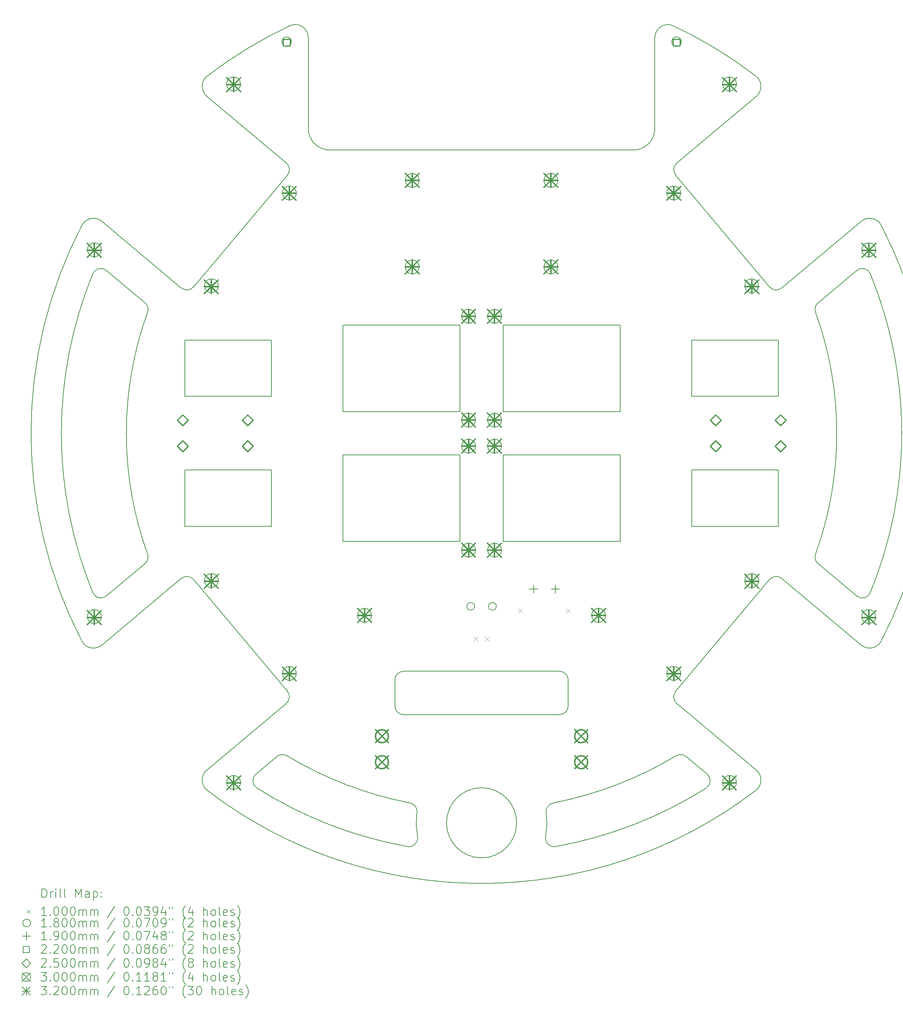
<source format=gbr>
%TF.GenerationSoftware,KiCad,Pcbnew,7.0.9*%
%TF.CreationDate,2024-02-22T22:19:48+08:00*%
%TF.ProjectId,layer2,6c617965-7232-42e6-9b69-6361645f7063,rev?*%
%TF.SameCoordinates,Original*%
%TF.FileFunction,Drillmap*%
%TF.FilePolarity,Positive*%
%FSLAX45Y45*%
G04 Gerber Fmt 4.5, Leading zero omitted, Abs format (unit mm)*
G04 Created by KiCad (PCBNEW 7.0.9) date 2024-02-22 22:19:48*
%MOMM*%
%LPD*%
G01*
G04 APERTURE LIST*
%ADD10C,0.200000*%
%ADD11C,0.100000*%
%ADD12C,0.180000*%
%ADD13C,0.190000*%
%ADD14C,0.220000*%
%ADD15C,0.250000*%
%ADD16C,0.300000*%
%ADD17C,0.320000*%
G04 APERTURE END LIST*
D10*
X14260000Y-8661072D02*
G75*
G03*
X14260000Y-8661072I-160000J0D01*
G01*
X11060000Y-6661072D02*
G75*
G03*
X11060000Y-6661072I-160000J0D01*
G01*
X11060000Y-8661072D02*
G75*
G03*
X11060000Y-8661072I-160000J0D01*
G01*
X14260000Y-6661072D02*
G75*
G03*
X14260000Y-6661072I-160000J0D01*
G01*
X8499998Y-5461072D02*
G75*
G03*
X9000000Y-5961072I500002J2D01*
G01*
X16000000Y-5961072D02*
X9000000Y-5961072D01*
X16000000Y-5961070D02*
G75*
G03*
X16500000Y-5461072I0J500000D01*
G01*
X16500000Y-3361072D02*
X16500000Y-5461072D01*
X16927724Y-3089617D02*
G75*
G03*
X16500000Y-3361072I-127724J-271453D01*
G01*
X18832073Y-4249857D02*
G75*
G03*
X16927723Y-3089619I-6332073J-8250143D01*
G01*
X18842253Y-4717655D02*
G75*
G03*
X18832073Y-4249857I-192836J229813D01*
G01*
X17007085Y-6257545D02*
X18842253Y-4717656D01*
X17007082Y-6257541D02*
G75*
G03*
X16982433Y-6539311I128559J-153209D01*
G01*
X19148499Y-9120728D02*
X16982433Y-6539311D01*
X19148501Y-9120726D02*
G75*
G03*
X19430265Y-9145379I153209J128556D01*
G01*
X21265434Y-7605490D02*
X19430265Y-9145379D01*
X21724357Y-7696748D02*
G75*
G03*
X21265434Y-7605490I-266087J-138555D01*
G01*
X21724357Y-17303252D02*
G75*
G03*
X21724357Y-7696748I-9224357J4803252D01*
G01*
X21265433Y-17394511D02*
G75*
G03*
X21724357Y-17303252I192837J229811D01*
G01*
X19430265Y-15854621D02*
X21265434Y-17394510D01*
X19430267Y-15854619D02*
G75*
G03*
X19148499Y-15879272I-128557J-153211D01*
G01*
X16982433Y-18460689D02*
X19148499Y-15879272D01*
X16982433Y-18460689D02*
G75*
G03*
X17007085Y-18742455I153209J-128557D01*
G01*
X18842253Y-20282345D02*
X17007085Y-18742455D01*
X18832073Y-20750143D02*
G75*
G03*
X18842253Y-20282345I-182656J237985D01*
G01*
X6167927Y-20750143D02*
G75*
G03*
X18832073Y-20750143I6332073J8250143D01*
G01*
X6157749Y-20282347D02*
G75*
G03*
X6167927Y-20750143I192831J-229813D01*
G01*
X7992915Y-18742455D02*
X6157747Y-20282345D01*
X7992918Y-18742459D02*
G75*
G03*
X8017567Y-18460689I-128559J153209D01*
G01*
X5851501Y-15879272D02*
X8017567Y-18460689D01*
X5851499Y-15879274D02*
G75*
G03*
X5569735Y-15854621I-153209J-128556D01*
G01*
X3734566Y-17394510D02*
X5569735Y-15854621D01*
X3275644Y-17303252D02*
G75*
G03*
X3734566Y-17394510I266086J138552D01*
G01*
X3275643Y-7696748D02*
G75*
G03*
X3275643Y-17303252I9224357J-4803252D01*
G01*
X3734567Y-7605489D02*
G75*
G03*
X3275643Y-7696748I-192837J-229811D01*
G01*
X5569735Y-9145379D02*
X3734566Y-7605490D01*
X5569733Y-9145381D02*
G75*
G03*
X5851501Y-9120728I128557J153211D01*
G01*
X8017567Y-6539311D02*
X5851501Y-9120728D01*
X8017563Y-6539308D02*
G75*
G03*
X7992915Y-6257545I-153203J128558D01*
G01*
X6157747Y-4717656D02*
X7992915Y-6257545D01*
X6167925Y-4249855D02*
G75*
G03*
X6157747Y-4717656I182655J-237985D01*
G01*
X8072277Y-3089619D02*
G75*
G03*
X6167927Y-4249857I4427723J-9410381D01*
G01*
X8499998Y-3361072D02*
G75*
G03*
X8072277Y-3089619I-299998J2D01*
G01*
X8500000Y-5461072D02*
X8500000Y-3361072D01*
X19350000Y-10350000D02*
X19350000Y-11650000D01*
X17350000Y-10350000D02*
X19350000Y-10350000D01*
X17350000Y-11650000D02*
X17350000Y-10350000D01*
X19350000Y-11650000D02*
X17350000Y-11650000D01*
X9300000Y-13000000D02*
X12000000Y-13000000D01*
X9300000Y-15000000D02*
X9300000Y-13000000D01*
X12000000Y-15000000D02*
X9300000Y-15000000D01*
X12000000Y-13000000D02*
X12000000Y-15000000D01*
X12960000Y-12800000D02*
G75*
G03*
X12960000Y-12800000I-160000J0D01*
G01*
X12960000Y-12200000D02*
G75*
G03*
X12960000Y-12200000I-160000J0D01*
G01*
X5650000Y-14650000D02*
X5650000Y-13350000D01*
X7650000Y-14650000D02*
X5650000Y-14650000D01*
X7650000Y-13350000D02*
X7650000Y-14650000D01*
X5650000Y-13350000D02*
X7650000Y-13350000D01*
X12360000Y-9800000D02*
G75*
G03*
X12360000Y-9800000I-160000J0D01*
G01*
X12360000Y-12200000D02*
G75*
G03*
X12360000Y-12200000I-160000J0D01*
G01*
X15700000Y-10000000D02*
X15700000Y-12000000D01*
X13000000Y-10000000D02*
X15700000Y-10000000D01*
X13000000Y-12000000D02*
X13000000Y-10000000D01*
X15700000Y-12000000D02*
X13000000Y-12000000D01*
X12960000Y-9800000D02*
G75*
G03*
X12960000Y-9800000I-160000J0D01*
G01*
X17095750Y-18049607D02*
G75*
G03*
X17095750Y-18049607I-160000J0D01*
G01*
X6424445Y-15904682D02*
G75*
G03*
X6424445Y-15904682I-160000J0D01*
G01*
X15361202Y-16707554D02*
G75*
G03*
X15361202Y-16707554I-160000J0D01*
G01*
X3721949Y-8263603D02*
G75*
G03*
X3721949Y-8263603I-160000J0D01*
G01*
X3721949Y-16736397D02*
G75*
G03*
X3721949Y-16736397I-160000J0D01*
G01*
X3840426Y-16261358D02*
X4730805Y-15514241D01*
X3526858Y-16184108D02*
G75*
G03*
X3840426Y-16261357I185012J75958D01*
G01*
X3526855Y-8815890D02*
G75*
G03*
X3526855Y-16184110I8973145J-3684110D01*
G01*
X3840428Y-8738640D02*
G75*
G03*
X3526855Y-8815890I-128558J-153210D01*
G01*
X4730805Y-9485759D02*
X3840426Y-8738642D01*
X4790292Y-9707089D02*
G75*
G03*
X4730805Y-9485759I-188042J68119D01*
G01*
X4790289Y-9707088D02*
G75*
G03*
X4790289Y-15292912I7709711J-2792912D01*
G01*
X4730803Y-15514239D02*
G75*
G03*
X4790289Y-15292912I-128553J153209D01*
G01*
X18384113Y-4433380D02*
G75*
G03*
X18384113Y-4433380I-160000J0D01*
G01*
X9958798Y-16707554D02*
G75*
G03*
X9958798Y-16707554I-160000J0D01*
G01*
X21159574Y-8738642D02*
X20269195Y-9485759D01*
X21473142Y-8815892D02*
G75*
G03*
X21159574Y-8738643I-185012J-75958D01*
G01*
X21473145Y-16184110D02*
G75*
G03*
X21473145Y-8815890I-8973145J3684110D01*
G01*
X21159572Y-16261360D02*
G75*
G03*
X21473145Y-16184110I128558J153210D01*
G01*
X20269195Y-15514241D02*
X21159574Y-16261358D01*
X20209708Y-15292911D02*
G75*
G03*
X20269195Y-15514241I188042J-68119D01*
G01*
X20209711Y-15292912D02*
G75*
G03*
X20209711Y-9707088I-7709711J2792912D01*
G01*
X20269197Y-9485761D02*
G75*
G03*
X20209711Y-9707088I128553J-153209D01*
G01*
X6935887Y-4433380D02*
G75*
G03*
X6935887Y-4433380I-160000J0D01*
G01*
X10500000Y-18200000D02*
X10500000Y-18800000D01*
X10700000Y-18000000D02*
G75*
G03*
X10500000Y-18200000I0J-200000D01*
G01*
X14300000Y-18000000D02*
X10700000Y-18000000D01*
X14500000Y-18200000D02*
G75*
G03*
X14300000Y-18000000I-200000J0D01*
G01*
X14500000Y-18800000D02*
X14500000Y-18200000D01*
X14300000Y-19000000D02*
G75*
G03*
X14500000Y-18800000I0J200000D01*
G01*
X10700000Y-19000000D02*
X14300000Y-19000000D01*
X10500000Y-18800000D02*
G75*
G03*
X10700000Y-19000000I200000J0D01*
G01*
X21598051Y-8263603D02*
G75*
G03*
X21598051Y-8263603I-160000J0D01*
G01*
X6935887Y-20566620D02*
G75*
G03*
X6935887Y-20566620I-160000J0D01*
G01*
X8224250Y-18049607D02*
G75*
G03*
X8224250Y-18049607I-160000J0D01*
G01*
X17110000Y-3457876D02*
G75*
G03*
X17110000Y-3457876I-110000J0D01*
G01*
X21598051Y-16736397D02*
G75*
G03*
X21598051Y-16736397I-160000J0D01*
G01*
X18384113Y-20566620D02*
G75*
G03*
X18384113Y-20566620I-160000J0D01*
G01*
X8110000Y-3457876D02*
G75*
G03*
X8110000Y-3457876I-110000J0D01*
G01*
X12000000Y-10000000D02*
X12000000Y-12000000D01*
X9300000Y-10000000D02*
X12000000Y-10000000D01*
X9300000Y-12000000D02*
X9300000Y-10000000D01*
X12000000Y-12000000D02*
X9300000Y-12000000D01*
X7650000Y-11650000D02*
X5650000Y-11650000D01*
X7650000Y-10350000D02*
X7650000Y-11650000D01*
X5650000Y-10350000D02*
X7650000Y-10350000D01*
X5650000Y-11650000D02*
X5650000Y-10350000D01*
X14151852Y-21041744D02*
G75*
G03*
X16992014Y-19950625I-1651852J8541744D01*
G01*
X17223859Y-19968683D02*
G75*
G03*
X16992014Y-19950625I-128559J-153207D01*
G01*
X17707934Y-20374863D02*
X17223862Y-19968679D01*
X17686308Y-20697081D02*
G75*
G03*
X17707933Y-20374863I-106928J169011D01*
G01*
X14208728Y-22048311D02*
G75*
G03*
X17686310Y-20697084I-1708728J9548311D01*
G01*
X13977771Y-21810336D02*
G75*
G03*
X14208728Y-22048311I195729J-41104D01*
G01*
X13977766Y-21810335D02*
G75*
G03*
X13992185Y-21268737I-1477766J310335D01*
G01*
X14151852Y-21041745D02*
G75*
G03*
X13992185Y-21268737I37978J-196365D01*
G01*
X8007961Y-19950609D02*
G75*
G03*
X10848148Y-21041744I4492039J7450609D01*
G01*
X11007816Y-21268737D02*
G75*
G03*
X10848148Y-21041744I-197646J30627D01*
G01*
X11007815Y-21268737D02*
G75*
G03*
X11022234Y-21810335I1492185J-231264D01*
G01*
X10791271Y-22048316D02*
G75*
G03*
X11022234Y-21810335I35229J196876D01*
G01*
X7313690Y-20697084D02*
G75*
G03*
X10791272Y-22048311I5186310J8197084D01*
G01*
X7292064Y-20374860D02*
G75*
G03*
X7313690Y-20697084I128556J-153210D01*
G01*
X7776138Y-19968679D02*
X7292066Y-20374863D01*
X8007963Y-19950605D02*
G75*
G03*
X7776138Y-19968679I-103263J-171285D01*
G01*
X13310000Y-21500000D02*
G75*
G03*
X13310000Y-21500000I-810000J0D01*
G01*
X12960000Y-15200000D02*
G75*
G03*
X12960000Y-15200000I-160000J0D01*
G01*
X13000000Y-15000000D02*
X13000000Y-13000000D01*
X15700000Y-15000000D02*
X13000000Y-15000000D01*
X15700000Y-13000000D02*
X15700000Y-15000000D01*
X13000000Y-13000000D02*
X15700000Y-13000000D01*
X12360000Y-15200000D02*
G75*
G03*
X12360000Y-15200000I-160000J0D01*
G01*
X8224250Y-6950393D02*
G75*
G03*
X8224250Y-6950393I-160000J0D01*
G01*
X19350000Y-14650000D02*
X17350000Y-14650000D01*
X19350000Y-13350000D02*
X19350000Y-14650000D01*
X17350000Y-13350000D02*
X19350000Y-13350000D01*
X17350000Y-14650000D02*
X17350000Y-13350000D01*
X6424445Y-9095318D02*
G75*
G03*
X6424445Y-9095318I-160000J0D01*
G01*
X12360000Y-12800000D02*
G75*
G03*
X12360000Y-12800000I-160000J0D01*
G01*
X18895555Y-15904682D02*
G75*
G03*
X18895555Y-15904682I-160000J0D01*
G01*
X18895555Y-9095318D02*
G75*
G03*
X18895555Y-9095318I-160000J0D01*
G01*
X17095750Y-6950393D02*
G75*
G03*
X17095750Y-6950393I-160000J0D01*
G01*
D11*
X12325000Y-17200000D02*
X12425000Y-17300000D01*
X12425000Y-17200000D02*
X12325000Y-17300000D01*
X12575000Y-17200000D02*
X12675000Y-17300000D01*
X12675000Y-17200000D02*
X12575000Y-17300000D01*
X13350000Y-16550000D02*
X13450000Y-16650000D01*
X13450000Y-16550000D02*
X13350000Y-16650000D01*
X14450000Y-16550000D02*
X14550000Y-16650000D01*
X14550000Y-16550000D02*
X14450000Y-16650000D01*
D12*
X12340000Y-16500000D02*
G75*
G03*
X12340000Y-16500000I-90000J0D01*
G01*
X12840000Y-16500000D02*
G75*
G03*
X12840000Y-16500000I-90000J0D01*
G01*
D13*
X13700000Y-16005000D02*
X13700000Y-16195000D01*
X13605000Y-16100000D02*
X13795000Y-16100000D01*
X14200000Y-16005000D02*
X14200000Y-16195000D01*
X14105000Y-16100000D02*
X14295000Y-16100000D01*
D14*
X8077782Y-3552782D02*
X8077782Y-3397217D01*
X7922217Y-3397217D01*
X7922217Y-3552782D01*
X8077782Y-3552782D01*
X17077783Y-3552782D02*
X17077783Y-3397217D01*
X16922218Y-3397217D01*
X16922218Y-3552782D01*
X17077783Y-3552782D01*
D15*
X5600000Y-12325000D02*
X5725000Y-12200000D01*
X5600000Y-12075000D01*
X5475000Y-12200000D01*
X5600000Y-12325000D01*
X5600000Y-12925000D02*
X5725000Y-12800000D01*
X5600000Y-12675000D01*
X5475000Y-12800000D01*
X5600000Y-12925000D01*
X7100000Y-12325000D02*
X7225000Y-12200000D01*
X7100000Y-12075000D01*
X6975000Y-12200000D01*
X7100000Y-12325000D01*
X7100000Y-12925000D02*
X7225000Y-12800000D01*
X7100000Y-12675000D01*
X6975000Y-12800000D01*
X7100000Y-12925000D01*
X17900000Y-12325000D02*
X18025000Y-12200000D01*
X17900000Y-12075000D01*
X17775000Y-12200000D01*
X17900000Y-12325000D01*
X17900000Y-12925000D02*
X18025000Y-12800000D01*
X17900000Y-12675000D01*
X17775000Y-12800000D01*
X17900000Y-12925000D01*
X19400000Y-12325000D02*
X19525000Y-12200000D01*
X19400000Y-12075000D01*
X19275000Y-12200000D01*
X19400000Y-12325000D01*
X19400000Y-12925000D02*
X19525000Y-12800000D01*
X19400000Y-12675000D01*
X19275000Y-12800000D01*
X19400000Y-12925000D01*
D16*
X10050000Y-19350000D02*
X10350000Y-19650000D01*
X10350000Y-19350000D02*
X10050000Y-19650000D01*
X10350000Y-19500000D02*
G75*
G03*
X10350000Y-19500000I-150000J0D01*
G01*
X10050000Y-19950000D02*
X10350000Y-20250000D01*
X10350000Y-19950000D02*
X10050000Y-20250000D01*
X10350000Y-20100000D02*
G75*
G03*
X10350000Y-20100000I-150000J0D01*
G01*
X14650000Y-19350000D02*
X14950000Y-19650000D01*
X14950000Y-19350000D02*
X14650000Y-19650000D01*
X14950000Y-19500000D02*
G75*
G03*
X14950000Y-19500000I-150000J0D01*
G01*
X14650000Y-19950000D02*
X14950000Y-20250000D01*
X14950000Y-19950000D02*
X14650000Y-20250000D01*
X14950000Y-20100000D02*
G75*
G03*
X14950000Y-20100000I-150000J0D01*
G01*
D17*
X3400000Y-8120000D02*
X3720000Y-8440000D01*
X3720000Y-8120000D02*
X3400000Y-8440000D01*
X3560000Y-8120000D02*
X3560000Y-8440000D01*
X3400000Y-8280000D02*
X3720000Y-8280000D01*
X3400000Y-16600000D02*
X3720000Y-16920000D01*
X3720000Y-16600000D02*
X3400000Y-16920000D01*
X3560000Y-16600000D02*
X3560000Y-16920000D01*
X3400000Y-16760000D02*
X3720000Y-16760000D01*
X6100000Y-8959130D02*
X6420000Y-9279130D01*
X6420000Y-8959130D02*
X6100000Y-9279130D01*
X6260000Y-8959130D02*
X6260000Y-9279130D01*
X6100000Y-9119130D02*
X6420000Y-9119130D01*
X6100000Y-15760000D02*
X6420000Y-16080000D01*
X6420000Y-15760000D02*
X6100000Y-16080000D01*
X6260000Y-15760000D02*
X6260000Y-16080000D01*
X6100000Y-15920000D02*
X6420000Y-15920000D01*
X6615000Y-4290000D02*
X6935000Y-4610000D01*
X6935000Y-4290000D02*
X6615000Y-4610000D01*
X6775000Y-4290000D02*
X6775000Y-4610000D01*
X6615000Y-4450000D02*
X6935000Y-4450000D01*
X6620000Y-20420000D02*
X6940000Y-20740000D01*
X6940000Y-20420000D02*
X6620000Y-20740000D01*
X6780000Y-20420000D02*
X6780000Y-20740000D01*
X6620000Y-20580000D02*
X6940000Y-20580000D01*
X7900000Y-6800000D02*
X8220000Y-7120000D01*
X8220000Y-6800000D02*
X7900000Y-7120000D01*
X8060000Y-6800000D02*
X8060000Y-7120000D01*
X7900000Y-6960000D02*
X8220000Y-6960000D01*
X7900000Y-17900000D02*
X8220000Y-18220000D01*
X8220000Y-17900000D02*
X7900000Y-18220000D01*
X8060000Y-17900000D02*
X8060000Y-18220000D01*
X7900000Y-18060000D02*
X8220000Y-18060000D01*
X9638798Y-16547554D02*
X9958798Y-16867554D01*
X9958798Y-16547554D02*
X9638798Y-16867554D01*
X9798798Y-16547554D02*
X9798798Y-16867554D01*
X9638798Y-16707554D02*
X9958798Y-16707554D01*
X10740000Y-6501072D02*
X11060000Y-6821072D01*
X11060000Y-6501072D02*
X10740000Y-6821072D01*
X10900000Y-6501072D02*
X10900000Y-6821072D01*
X10740000Y-6661072D02*
X11060000Y-6661072D01*
X10740000Y-8501072D02*
X11060000Y-8821072D01*
X11060000Y-8501072D02*
X10740000Y-8821072D01*
X10900000Y-8501072D02*
X10900000Y-8821072D01*
X10740000Y-8661072D02*
X11060000Y-8661072D01*
X12040000Y-9640000D02*
X12360000Y-9960000D01*
X12360000Y-9640000D02*
X12040000Y-9960000D01*
X12200000Y-9640000D02*
X12200000Y-9960000D01*
X12040000Y-9800000D02*
X12360000Y-9800000D01*
X12040000Y-12040000D02*
X12360000Y-12360000D01*
X12360000Y-12040000D02*
X12040000Y-12360000D01*
X12200000Y-12040000D02*
X12200000Y-12360000D01*
X12040000Y-12200000D02*
X12360000Y-12200000D01*
X12040000Y-12640000D02*
X12360000Y-12960000D01*
X12360000Y-12640000D02*
X12040000Y-12960000D01*
X12200000Y-12640000D02*
X12200000Y-12960000D01*
X12040000Y-12800000D02*
X12360000Y-12800000D01*
X12040000Y-15040000D02*
X12360000Y-15360000D01*
X12360000Y-15040000D02*
X12040000Y-15360000D01*
X12200000Y-15040000D02*
X12200000Y-15360000D01*
X12040000Y-15200000D02*
X12360000Y-15200000D01*
X12640000Y-9640000D02*
X12960000Y-9960000D01*
X12960000Y-9640000D02*
X12640000Y-9960000D01*
X12800000Y-9640000D02*
X12800000Y-9960000D01*
X12640000Y-9800000D02*
X12960000Y-9800000D01*
X12640000Y-12040000D02*
X12960000Y-12360000D01*
X12960000Y-12040000D02*
X12640000Y-12360000D01*
X12800000Y-12040000D02*
X12800000Y-12360000D01*
X12640000Y-12200000D02*
X12960000Y-12200000D01*
X12640000Y-12640000D02*
X12960000Y-12960000D01*
X12960000Y-12640000D02*
X12640000Y-12960000D01*
X12800000Y-12640000D02*
X12800000Y-12960000D01*
X12640000Y-12800000D02*
X12960000Y-12800000D01*
X12640000Y-15040000D02*
X12960000Y-15360000D01*
X12960000Y-15040000D02*
X12640000Y-15360000D01*
X12800000Y-15040000D02*
X12800000Y-15360000D01*
X12640000Y-15200000D02*
X12960000Y-15200000D01*
X13940000Y-6501072D02*
X14260000Y-6821072D01*
X14260000Y-6501072D02*
X13940000Y-6821072D01*
X14100000Y-6501072D02*
X14100000Y-6821072D01*
X13940000Y-6661072D02*
X14260000Y-6661072D01*
X13940000Y-8501072D02*
X14260000Y-8821072D01*
X14260000Y-8501072D02*
X13940000Y-8821072D01*
X14100000Y-8501072D02*
X14100000Y-8821072D01*
X13940000Y-8661072D02*
X14260000Y-8661072D01*
X15041202Y-16547554D02*
X15361202Y-16867554D01*
X15361202Y-16547554D02*
X15041202Y-16867554D01*
X15201202Y-16547554D02*
X15201202Y-16867554D01*
X15041202Y-16707554D02*
X15361202Y-16707554D01*
X16780000Y-6800000D02*
X17100000Y-7120000D01*
X17100000Y-6800000D02*
X16780000Y-7120000D01*
X16940000Y-6800000D02*
X16940000Y-7120000D01*
X16780000Y-6960000D02*
X17100000Y-6960000D01*
X16780000Y-17900000D02*
X17100000Y-18220000D01*
X17100000Y-17900000D02*
X16780000Y-18220000D01*
X16940000Y-17900000D02*
X16940000Y-18220000D01*
X16780000Y-18060000D02*
X17100000Y-18060000D01*
X18060000Y-20420000D02*
X18380000Y-20740000D01*
X18380000Y-20420000D02*
X18060000Y-20740000D01*
X18220000Y-20420000D02*
X18220000Y-20740000D01*
X18060000Y-20580000D02*
X18380000Y-20580000D01*
X18065000Y-4290000D02*
X18385000Y-4610000D01*
X18385000Y-4290000D02*
X18065000Y-4610000D01*
X18225000Y-4290000D02*
X18225000Y-4610000D01*
X18065000Y-4450000D02*
X18385000Y-4450000D01*
X18580000Y-8959130D02*
X18900000Y-9279130D01*
X18900000Y-8959130D02*
X18580000Y-9279130D01*
X18740000Y-8959130D02*
X18740000Y-9279130D01*
X18580000Y-9119130D02*
X18900000Y-9119130D01*
X18580000Y-15760000D02*
X18900000Y-16080000D01*
X18900000Y-15760000D02*
X18580000Y-16080000D01*
X18740000Y-15760000D02*
X18740000Y-16080000D01*
X18580000Y-15920000D02*
X18900000Y-15920000D01*
X21280000Y-8120000D02*
X21600000Y-8440000D01*
X21600000Y-8120000D02*
X21280000Y-8440000D01*
X21440000Y-8120000D02*
X21440000Y-8440000D01*
X21280000Y-8280000D02*
X21600000Y-8280000D01*
X21280000Y-16600000D02*
X21600000Y-16920000D01*
X21600000Y-16600000D02*
X21280000Y-16920000D01*
X21440000Y-16600000D02*
X21440000Y-16920000D01*
X21280000Y-16760000D02*
X21600000Y-16760000D01*
D10*
X2350777Y-23221484D02*
X2350777Y-23021484D01*
X2350777Y-23021484D02*
X2398396Y-23021484D01*
X2398396Y-23021484D02*
X2426967Y-23031008D01*
X2426967Y-23031008D02*
X2446015Y-23050055D01*
X2446015Y-23050055D02*
X2455539Y-23069103D01*
X2455539Y-23069103D02*
X2465063Y-23107198D01*
X2465063Y-23107198D02*
X2465063Y-23135769D01*
X2465063Y-23135769D02*
X2455539Y-23173865D01*
X2455539Y-23173865D02*
X2446015Y-23192912D01*
X2446015Y-23192912D02*
X2426967Y-23211960D01*
X2426967Y-23211960D02*
X2398396Y-23221484D01*
X2398396Y-23221484D02*
X2350777Y-23221484D01*
X2550777Y-23221484D02*
X2550777Y-23088150D01*
X2550777Y-23126246D02*
X2560301Y-23107198D01*
X2560301Y-23107198D02*
X2569824Y-23097674D01*
X2569824Y-23097674D02*
X2588872Y-23088150D01*
X2588872Y-23088150D02*
X2607920Y-23088150D01*
X2674586Y-23221484D02*
X2674586Y-23088150D01*
X2674586Y-23021484D02*
X2665063Y-23031008D01*
X2665063Y-23031008D02*
X2674586Y-23040531D01*
X2674586Y-23040531D02*
X2684110Y-23031008D01*
X2684110Y-23031008D02*
X2674586Y-23021484D01*
X2674586Y-23021484D02*
X2674586Y-23040531D01*
X2798396Y-23221484D02*
X2779348Y-23211960D01*
X2779348Y-23211960D02*
X2769824Y-23192912D01*
X2769824Y-23192912D02*
X2769824Y-23021484D01*
X2903158Y-23221484D02*
X2884110Y-23211960D01*
X2884110Y-23211960D02*
X2874586Y-23192912D01*
X2874586Y-23192912D02*
X2874586Y-23021484D01*
X3131729Y-23221484D02*
X3131729Y-23021484D01*
X3131729Y-23021484D02*
X3198396Y-23164341D01*
X3198396Y-23164341D02*
X3265062Y-23021484D01*
X3265062Y-23021484D02*
X3265062Y-23221484D01*
X3446015Y-23221484D02*
X3446015Y-23116722D01*
X3446015Y-23116722D02*
X3436491Y-23097674D01*
X3436491Y-23097674D02*
X3417443Y-23088150D01*
X3417443Y-23088150D02*
X3379348Y-23088150D01*
X3379348Y-23088150D02*
X3360301Y-23097674D01*
X3446015Y-23211960D02*
X3426967Y-23221484D01*
X3426967Y-23221484D02*
X3379348Y-23221484D01*
X3379348Y-23221484D02*
X3360301Y-23211960D01*
X3360301Y-23211960D02*
X3350777Y-23192912D01*
X3350777Y-23192912D02*
X3350777Y-23173865D01*
X3350777Y-23173865D02*
X3360301Y-23154817D01*
X3360301Y-23154817D02*
X3379348Y-23145293D01*
X3379348Y-23145293D02*
X3426967Y-23145293D01*
X3426967Y-23145293D02*
X3446015Y-23135769D01*
X3541253Y-23088150D02*
X3541253Y-23288150D01*
X3541253Y-23097674D02*
X3560301Y-23088150D01*
X3560301Y-23088150D02*
X3598396Y-23088150D01*
X3598396Y-23088150D02*
X3617443Y-23097674D01*
X3617443Y-23097674D02*
X3626967Y-23107198D01*
X3626967Y-23107198D02*
X3636491Y-23126246D01*
X3636491Y-23126246D02*
X3636491Y-23183388D01*
X3636491Y-23183388D02*
X3626967Y-23202436D01*
X3626967Y-23202436D02*
X3617443Y-23211960D01*
X3617443Y-23211960D02*
X3598396Y-23221484D01*
X3598396Y-23221484D02*
X3560301Y-23221484D01*
X3560301Y-23221484D02*
X3541253Y-23211960D01*
X3722205Y-23202436D02*
X3731729Y-23211960D01*
X3731729Y-23211960D02*
X3722205Y-23221484D01*
X3722205Y-23221484D02*
X3712682Y-23211960D01*
X3712682Y-23211960D02*
X3722205Y-23202436D01*
X3722205Y-23202436D02*
X3722205Y-23221484D01*
X3722205Y-23097674D02*
X3731729Y-23107198D01*
X3731729Y-23107198D02*
X3722205Y-23116722D01*
X3722205Y-23116722D02*
X3712682Y-23107198D01*
X3712682Y-23107198D02*
X3722205Y-23097674D01*
X3722205Y-23097674D02*
X3722205Y-23116722D01*
D11*
X1990000Y-23500000D02*
X2090000Y-23600000D01*
X2090000Y-23500000D02*
X1990000Y-23600000D01*
D10*
X2455539Y-23641484D02*
X2341253Y-23641484D01*
X2398396Y-23641484D02*
X2398396Y-23441484D01*
X2398396Y-23441484D02*
X2379348Y-23470055D01*
X2379348Y-23470055D02*
X2360301Y-23489103D01*
X2360301Y-23489103D02*
X2341253Y-23498627D01*
X2541253Y-23622436D02*
X2550777Y-23631960D01*
X2550777Y-23631960D02*
X2541253Y-23641484D01*
X2541253Y-23641484D02*
X2531729Y-23631960D01*
X2531729Y-23631960D02*
X2541253Y-23622436D01*
X2541253Y-23622436D02*
X2541253Y-23641484D01*
X2674586Y-23441484D02*
X2693634Y-23441484D01*
X2693634Y-23441484D02*
X2712682Y-23451008D01*
X2712682Y-23451008D02*
X2722205Y-23460531D01*
X2722205Y-23460531D02*
X2731729Y-23479579D01*
X2731729Y-23479579D02*
X2741253Y-23517674D01*
X2741253Y-23517674D02*
X2741253Y-23565293D01*
X2741253Y-23565293D02*
X2731729Y-23603388D01*
X2731729Y-23603388D02*
X2722205Y-23622436D01*
X2722205Y-23622436D02*
X2712682Y-23631960D01*
X2712682Y-23631960D02*
X2693634Y-23641484D01*
X2693634Y-23641484D02*
X2674586Y-23641484D01*
X2674586Y-23641484D02*
X2655539Y-23631960D01*
X2655539Y-23631960D02*
X2646015Y-23622436D01*
X2646015Y-23622436D02*
X2636491Y-23603388D01*
X2636491Y-23603388D02*
X2626967Y-23565293D01*
X2626967Y-23565293D02*
X2626967Y-23517674D01*
X2626967Y-23517674D02*
X2636491Y-23479579D01*
X2636491Y-23479579D02*
X2646015Y-23460531D01*
X2646015Y-23460531D02*
X2655539Y-23451008D01*
X2655539Y-23451008D02*
X2674586Y-23441484D01*
X2865062Y-23441484D02*
X2884110Y-23441484D01*
X2884110Y-23441484D02*
X2903158Y-23451008D01*
X2903158Y-23451008D02*
X2912682Y-23460531D01*
X2912682Y-23460531D02*
X2922205Y-23479579D01*
X2922205Y-23479579D02*
X2931729Y-23517674D01*
X2931729Y-23517674D02*
X2931729Y-23565293D01*
X2931729Y-23565293D02*
X2922205Y-23603388D01*
X2922205Y-23603388D02*
X2912682Y-23622436D01*
X2912682Y-23622436D02*
X2903158Y-23631960D01*
X2903158Y-23631960D02*
X2884110Y-23641484D01*
X2884110Y-23641484D02*
X2865062Y-23641484D01*
X2865062Y-23641484D02*
X2846015Y-23631960D01*
X2846015Y-23631960D02*
X2836491Y-23622436D01*
X2836491Y-23622436D02*
X2826967Y-23603388D01*
X2826967Y-23603388D02*
X2817443Y-23565293D01*
X2817443Y-23565293D02*
X2817443Y-23517674D01*
X2817443Y-23517674D02*
X2826967Y-23479579D01*
X2826967Y-23479579D02*
X2836491Y-23460531D01*
X2836491Y-23460531D02*
X2846015Y-23451008D01*
X2846015Y-23451008D02*
X2865062Y-23441484D01*
X3055539Y-23441484D02*
X3074586Y-23441484D01*
X3074586Y-23441484D02*
X3093634Y-23451008D01*
X3093634Y-23451008D02*
X3103158Y-23460531D01*
X3103158Y-23460531D02*
X3112682Y-23479579D01*
X3112682Y-23479579D02*
X3122205Y-23517674D01*
X3122205Y-23517674D02*
X3122205Y-23565293D01*
X3122205Y-23565293D02*
X3112682Y-23603388D01*
X3112682Y-23603388D02*
X3103158Y-23622436D01*
X3103158Y-23622436D02*
X3093634Y-23631960D01*
X3093634Y-23631960D02*
X3074586Y-23641484D01*
X3074586Y-23641484D02*
X3055539Y-23641484D01*
X3055539Y-23641484D02*
X3036491Y-23631960D01*
X3036491Y-23631960D02*
X3026967Y-23622436D01*
X3026967Y-23622436D02*
X3017443Y-23603388D01*
X3017443Y-23603388D02*
X3007920Y-23565293D01*
X3007920Y-23565293D02*
X3007920Y-23517674D01*
X3007920Y-23517674D02*
X3017443Y-23479579D01*
X3017443Y-23479579D02*
X3026967Y-23460531D01*
X3026967Y-23460531D02*
X3036491Y-23451008D01*
X3036491Y-23451008D02*
X3055539Y-23441484D01*
X3207920Y-23641484D02*
X3207920Y-23508150D01*
X3207920Y-23527198D02*
X3217443Y-23517674D01*
X3217443Y-23517674D02*
X3236491Y-23508150D01*
X3236491Y-23508150D02*
X3265063Y-23508150D01*
X3265063Y-23508150D02*
X3284110Y-23517674D01*
X3284110Y-23517674D02*
X3293634Y-23536722D01*
X3293634Y-23536722D02*
X3293634Y-23641484D01*
X3293634Y-23536722D02*
X3303158Y-23517674D01*
X3303158Y-23517674D02*
X3322205Y-23508150D01*
X3322205Y-23508150D02*
X3350777Y-23508150D01*
X3350777Y-23508150D02*
X3369824Y-23517674D01*
X3369824Y-23517674D02*
X3379348Y-23536722D01*
X3379348Y-23536722D02*
X3379348Y-23641484D01*
X3474586Y-23641484D02*
X3474586Y-23508150D01*
X3474586Y-23527198D02*
X3484110Y-23517674D01*
X3484110Y-23517674D02*
X3503158Y-23508150D01*
X3503158Y-23508150D02*
X3531729Y-23508150D01*
X3531729Y-23508150D02*
X3550777Y-23517674D01*
X3550777Y-23517674D02*
X3560301Y-23536722D01*
X3560301Y-23536722D02*
X3560301Y-23641484D01*
X3560301Y-23536722D02*
X3569824Y-23517674D01*
X3569824Y-23517674D02*
X3588872Y-23508150D01*
X3588872Y-23508150D02*
X3617443Y-23508150D01*
X3617443Y-23508150D02*
X3636491Y-23517674D01*
X3636491Y-23517674D02*
X3646015Y-23536722D01*
X3646015Y-23536722D02*
X3646015Y-23641484D01*
X4036491Y-23431960D02*
X3865063Y-23689103D01*
X4293634Y-23441484D02*
X4312682Y-23441484D01*
X4312682Y-23441484D02*
X4331729Y-23451008D01*
X4331729Y-23451008D02*
X4341253Y-23460531D01*
X4341253Y-23460531D02*
X4350777Y-23479579D01*
X4350777Y-23479579D02*
X4360301Y-23517674D01*
X4360301Y-23517674D02*
X4360301Y-23565293D01*
X4360301Y-23565293D02*
X4350777Y-23603388D01*
X4350777Y-23603388D02*
X4341253Y-23622436D01*
X4341253Y-23622436D02*
X4331729Y-23631960D01*
X4331729Y-23631960D02*
X4312682Y-23641484D01*
X4312682Y-23641484D02*
X4293634Y-23641484D01*
X4293634Y-23641484D02*
X4274587Y-23631960D01*
X4274587Y-23631960D02*
X4265063Y-23622436D01*
X4265063Y-23622436D02*
X4255539Y-23603388D01*
X4255539Y-23603388D02*
X4246015Y-23565293D01*
X4246015Y-23565293D02*
X4246015Y-23517674D01*
X4246015Y-23517674D02*
X4255539Y-23479579D01*
X4255539Y-23479579D02*
X4265063Y-23460531D01*
X4265063Y-23460531D02*
X4274587Y-23451008D01*
X4274587Y-23451008D02*
X4293634Y-23441484D01*
X4446015Y-23622436D02*
X4455539Y-23631960D01*
X4455539Y-23631960D02*
X4446015Y-23641484D01*
X4446015Y-23641484D02*
X4436491Y-23631960D01*
X4436491Y-23631960D02*
X4446015Y-23622436D01*
X4446015Y-23622436D02*
X4446015Y-23641484D01*
X4579348Y-23441484D02*
X4598396Y-23441484D01*
X4598396Y-23441484D02*
X4617444Y-23451008D01*
X4617444Y-23451008D02*
X4626968Y-23460531D01*
X4626968Y-23460531D02*
X4636491Y-23479579D01*
X4636491Y-23479579D02*
X4646015Y-23517674D01*
X4646015Y-23517674D02*
X4646015Y-23565293D01*
X4646015Y-23565293D02*
X4636491Y-23603388D01*
X4636491Y-23603388D02*
X4626968Y-23622436D01*
X4626968Y-23622436D02*
X4617444Y-23631960D01*
X4617444Y-23631960D02*
X4598396Y-23641484D01*
X4598396Y-23641484D02*
X4579348Y-23641484D01*
X4579348Y-23641484D02*
X4560301Y-23631960D01*
X4560301Y-23631960D02*
X4550777Y-23622436D01*
X4550777Y-23622436D02*
X4541253Y-23603388D01*
X4541253Y-23603388D02*
X4531729Y-23565293D01*
X4531729Y-23565293D02*
X4531729Y-23517674D01*
X4531729Y-23517674D02*
X4541253Y-23479579D01*
X4541253Y-23479579D02*
X4550777Y-23460531D01*
X4550777Y-23460531D02*
X4560301Y-23451008D01*
X4560301Y-23451008D02*
X4579348Y-23441484D01*
X4712682Y-23441484D02*
X4836491Y-23441484D01*
X4836491Y-23441484D02*
X4769825Y-23517674D01*
X4769825Y-23517674D02*
X4798396Y-23517674D01*
X4798396Y-23517674D02*
X4817444Y-23527198D01*
X4817444Y-23527198D02*
X4826968Y-23536722D01*
X4826968Y-23536722D02*
X4836491Y-23555769D01*
X4836491Y-23555769D02*
X4836491Y-23603388D01*
X4836491Y-23603388D02*
X4826968Y-23622436D01*
X4826968Y-23622436D02*
X4817444Y-23631960D01*
X4817444Y-23631960D02*
X4798396Y-23641484D01*
X4798396Y-23641484D02*
X4741253Y-23641484D01*
X4741253Y-23641484D02*
X4722206Y-23631960D01*
X4722206Y-23631960D02*
X4712682Y-23622436D01*
X4931729Y-23641484D02*
X4969825Y-23641484D01*
X4969825Y-23641484D02*
X4988872Y-23631960D01*
X4988872Y-23631960D02*
X4998396Y-23622436D01*
X4998396Y-23622436D02*
X5017444Y-23593865D01*
X5017444Y-23593865D02*
X5026968Y-23555769D01*
X5026968Y-23555769D02*
X5026968Y-23479579D01*
X5026968Y-23479579D02*
X5017444Y-23460531D01*
X5017444Y-23460531D02*
X5007920Y-23451008D01*
X5007920Y-23451008D02*
X4988872Y-23441484D01*
X4988872Y-23441484D02*
X4950777Y-23441484D01*
X4950777Y-23441484D02*
X4931729Y-23451008D01*
X4931729Y-23451008D02*
X4922206Y-23460531D01*
X4922206Y-23460531D02*
X4912682Y-23479579D01*
X4912682Y-23479579D02*
X4912682Y-23527198D01*
X4912682Y-23527198D02*
X4922206Y-23546246D01*
X4922206Y-23546246D02*
X4931729Y-23555769D01*
X4931729Y-23555769D02*
X4950777Y-23565293D01*
X4950777Y-23565293D02*
X4988872Y-23565293D01*
X4988872Y-23565293D02*
X5007920Y-23555769D01*
X5007920Y-23555769D02*
X5017444Y-23546246D01*
X5017444Y-23546246D02*
X5026968Y-23527198D01*
X5198396Y-23508150D02*
X5198396Y-23641484D01*
X5150777Y-23431960D02*
X5103158Y-23574817D01*
X5103158Y-23574817D02*
X5226968Y-23574817D01*
X5293634Y-23441484D02*
X5293634Y-23479579D01*
X5369825Y-23441484D02*
X5369825Y-23479579D01*
X5665063Y-23717674D02*
X5655539Y-23708150D01*
X5655539Y-23708150D02*
X5636491Y-23679579D01*
X5636491Y-23679579D02*
X5626968Y-23660531D01*
X5626968Y-23660531D02*
X5617444Y-23631960D01*
X5617444Y-23631960D02*
X5607920Y-23584341D01*
X5607920Y-23584341D02*
X5607920Y-23546246D01*
X5607920Y-23546246D02*
X5617444Y-23498627D01*
X5617444Y-23498627D02*
X5626968Y-23470055D01*
X5626968Y-23470055D02*
X5636491Y-23451008D01*
X5636491Y-23451008D02*
X5655539Y-23422436D01*
X5655539Y-23422436D02*
X5665063Y-23412912D01*
X5826968Y-23508150D02*
X5826968Y-23641484D01*
X5779348Y-23431960D02*
X5731729Y-23574817D01*
X5731729Y-23574817D02*
X5855539Y-23574817D01*
X6084110Y-23641484D02*
X6084110Y-23441484D01*
X6169825Y-23641484D02*
X6169825Y-23536722D01*
X6169825Y-23536722D02*
X6160301Y-23517674D01*
X6160301Y-23517674D02*
X6141253Y-23508150D01*
X6141253Y-23508150D02*
X6112682Y-23508150D01*
X6112682Y-23508150D02*
X6093634Y-23517674D01*
X6093634Y-23517674D02*
X6084110Y-23527198D01*
X6293634Y-23641484D02*
X6274587Y-23631960D01*
X6274587Y-23631960D02*
X6265063Y-23622436D01*
X6265063Y-23622436D02*
X6255539Y-23603388D01*
X6255539Y-23603388D02*
X6255539Y-23546246D01*
X6255539Y-23546246D02*
X6265063Y-23527198D01*
X6265063Y-23527198D02*
X6274587Y-23517674D01*
X6274587Y-23517674D02*
X6293634Y-23508150D01*
X6293634Y-23508150D02*
X6322206Y-23508150D01*
X6322206Y-23508150D02*
X6341253Y-23517674D01*
X6341253Y-23517674D02*
X6350777Y-23527198D01*
X6350777Y-23527198D02*
X6360301Y-23546246D01*
X6360301Y-23546246D02*
X6360301Y-23603388D01*
X6360301Y-23603388D02*
X6350777Y-23622436D01*
X6350777Y-23622436D02*
X6341253Y-23631960D01*
X6341253Y-23631960D02*
X6322206Y-23641484D01*
X6322206Y-23641484D02*
X6293634Y-23641484D01*
X6474587Y-23641484D02*
X6455539Y-23631960D01*
X6455539Y-23631960D02*
X6446015Y-23612912D01*
X6446015Y-23612912D02*
X6446015Y-23441484D01*
X6626968Y-23631960D02*
X6607920Y-23641484D01*
X6607920Y-23641484D02*
X6569825Y-23641484D01*
X6569825Y-23641484D02*
X6550777Y-23631960D01*
X6550777Y-23631960D02*
X6541253Y-23612912D01*
X6541253Y-23612912D02*
X6541253Y-23536722D01*
X6541253Y-23536722D02*
X6550777Y-23517674D01*
X6550777Y-23517674D02*
X6569825Y-23508150D01*
X6569825Y-23508150D02*
X6607920Y-23508150D01*
X6607920Y-23508150D02*
X6626968Y-23517674D01*
X6626968Y-23517674D02*
X6636491Y-23536722D01*
X6636491Y-23536722D02*
X6636491Y-23555769D01*
X6636491Y-23555769D02*
X6541253Y-23574817D01*
X6712682Y-23631960D02*
X6731730Y-23641484D01*
X6731730Y-23641484D02*
X6769825Y-23641484D01*
X6769825Y-23641484D02*
X6788872Y-23631960D01*
X6788872Y-23631960D02*
X6798396Y-23612912D01*
X6798396Y-23612912D02*
X6798396Y-23603388D01*
X6798396Y-23603388D02*
X6788872Y-23584341D01*
X6788872Y-23584341D02*
X6769825Y-23574817D01*
X6769825Y-23574817D02*
X6741253Y-23574817D01*
X6741253Y-23574817D02*
X6722206Y-23565293D01*
X6722206Y-23565293D02*
X6712682Y-23546246D01*
X6712682Y-23546246D02*
X6712682Y-23536722D01*
X6712682Y-23536722D02*
X6722206Y-23517674D01*
X6722206Y-23517674D02*
X6741253Y-23508150D01*
X6741253Y-23508150D02*
X6769825Y-23508150D01*
X6769825Y-23508150D02*
X6788872Y-23517674D01*
X6865063Y-23717674D02*
X6874587Y-23708150D01*
X6874587Y-23708150D02*
X6893634Y-23679579D01*
X6893634Y-23679579D02*
X6903158Y-23660531D01*
X6903158Y-23660531D02*
X6912682Y-23631960D01*
X6912682Y-23631960D02*
X6922206Y-23584341D01*
X6922206Y-23584341D02*
X6922206Y-23546246D01*
X6922206Y-23546246D02*
X6912682Y-23498627D01*
X6912682Y-23498627D02*
X6903158Y-23470055D01*
X6903158Y-23470055D02*
X6893634Y-23451008D01*
X6893634Y-23451008D02*
X6874587Y-23422436D01*
X6874587Y-23422436D02*
X6865063Y-23412912D01*
D12*
X2090000Y-23814000D02*
G75*
G03*
X2090000Y-23814000I-90000J0D01*
G01*
D10*
X2455539Y-23905484D02*
X2341253Y-23905484D01*
X2398396Y-23905484D02*
X2398396Y-23705484D01*
X2398396Y-23705484D02*
X2379348Y-23734055D01*
X2379348Y-23734055D02*
X2360301Y-23753103D01*
X2360301Y-23753103D02*
X2341253Y-23762627D01*
X2541253Y-23886436D02*
X2550777Y-23895960D01*
X2550777Y-23895960D02*
X2541253Y-23905484D01*
X2541253Y-23905484D02*
X2531729Y-23895960D01*
X2531729Y-23895960D02*
X2541253Y-23886436D01*
X2541253Y-23886436D02*
X2541253Y-23905484D01*
X2665063Y-23791198D02*
X2646015Y-23781674D01*
X2646015Y-23781674D02*
X2636491Y-23772150D01*
X2636491Y-23772150D02*
X2626967Y-23753103D01*
X2626967Y-23753103D02*
X2626967Y-23743579D01*
X2626967Y-23743579D02*
X2636491Y-23724531D01*
X2636491Y-23724531D02*
X2646015Y-23715008D01*
X2646015Y-23715008D02*
X2665063Y-23705484D01*
X2665063Y-23705484D02*
X2703158Y-23705484D01*
X2703158Y-23705484D02*
X2722205Y-23715008D01*
X2722205Y-23715008D02*
X2731729Y-23724531D01*
X2731729Y-23724531D02*
X2741253Y-23743579D01*
X2741253Y-23743579D02*
X2741253Y-23753103D01*
X2741253Y-23753103D02*
X2731729Y-23772150D01*
X2731729Y-23772150D02*
X2722205Y-23781674D01*
X2722205Y-23781674D02*
X2703158Y-23791198D01*
X2703158Y-23791198D02*
X2665063Y-23791198D01*
X2665063Y-23791198D02*
X2646015Y-23800722D01*
X2646015Y-23800722D02*
X2636491Y-23810246D01*
X2636491Y-23810246D02*
X2626967Y-23829293D01*
X2626967Y-23829293D02*
X2626967Y-23867388D01*
X2626967Y-23867388D02*
X2636491Y-23886436D01*
X2636491Y-23886436D02*
X2646015Y-23895960D01*
X2646015Y-23895960D02*
X2665063Y-23905484D01*
X2665063Y-23905484D02*
X2703158Y-23905484D01*
X2703158Y-23905484D02*
X2722205Y-23895960D01*
X2722205Y-23895960D02*
X2731729Y-23886436D01*
X2731729Y-23886436D02*
X2741253Y-23867388D01*
X2741253Y-23867388D02*
X2741253Y-23829293D01*
X2741253Y-23829293D02*
X2731729Y-23810246D01*
X2731729Y-23810246D02*
X2722205Y-23800722D01*
X2722205Y-23800722D02*
X2703158Y-23791198D01*
X2865062Y-23705484D02*
X2884110Y-23705484D01*
X2884110Y-23705484D02*
X2903158Y-23715008D01*
X2903158Y-23715008D02*
X2912682Y-23724531D01*
X2912682Y-23724531D02*
X2922205Y-23743579D01*
X2922205Y-23743579D02*
X2931729Y-23781674D01*
X2931729Y-23781674D02*
X2931729Y-23829293D01*
X2931729Y-23829293D02*
X2922205Y-23867388D01*
X2922205Y-23867388D02*
X2912682Y-23886436D01*
X2912682Y-23886436D02*
X2903158Y-23895960D01*
X2903158Y-23895960D02*
X2884110Y-23905484D01*
X2884110Y-23905484D02*
X2865062Y-23905484D01*
X2865062Y-23905484D02*
X2846015Y-23895960D01*
X2846015Y-23895960D02*
X2836491Y-23886436D01*
X2836491Y-23886436D02*
X2826967Y-23867388D01*
X2826967Y-23867388D02*
X2817443Y-23829293D01*
X2817443Y-23829293D02*
X2817443Y-23781674D01*
X2817443Y-23781674D02*
X2826967Y-23743579D01*
X2826967Y-23743579D02*
X2836491Y-23724531D01*
X2836491Y-23724531D02*
X2846015Y-23715008D01*
X2846015Y-23715008D02*
X2865062Y-23705484D01*
X3055539Y-23705484D02*
X3074586Y-23705484D01*
X3074586Y-23705484D02*
X3093634Y-23715008D01*
X3093634Y-23715008D02*
X3103158Y-23724531D01*
X3103158Y-23724531D02*
X3112682Y-23743579D01*
X3112682Y-23743579D02*
X3122205Y-23781674D01*
X3122205Y-23781674D02*
X3122205Y-23829293D01*
X3122205Y-23829293D02*
X3112682Y-23867388D01*
X3112682Y-23867388D02*
X3103158Y-23886436D01*
X3103158Y-23886436D02*
X3093634Y-23895960D01*
X3093634Y-23895960D02*
X3074586Y-23905484D01*
X3074586Y-23905484D02*
X3055539Y-23905484D01*
X3055539Y-23905484D02*
X3036491Y-23895960D01*
X3036491Y-23895960D02*
X3026967Y-23886436D01*
X3026967Y-23886436D02*
X3017443Y-23867388D01*
X3017443Y-23867388D02*
X3007920Y-23829293D01*
X3007920Y-23829293D02*
X3007920Y-23781674D01*
X3007920Y-23781674D02*
X3017443Y-23743579D01*
X3017443Y-23743579D02*
X3026967Y-23724531D01*
X3026967Y-23724531D02*
X3036491Y-23715008D01*
X3036491Y-23715008D02*
X3055539Y-23705484D01*
X3207920Y-23905484D02*
X3207920Y-23772150D01*
X3207920Y-23791198D02*
X3217443Y-23781674D01*
X3217443Y-23781674D02*
X3236491Y-23772150D01*
X3236491Y-23772150D02*
X3265063Y-23772150D01*
X3265063Y-23772150D02*
X3284110Y-23781674D01*
X3284110Y-23781674D02*
X3293634Y-23800722D01*
X3293634Y-23800722D02*
X3293634Y-23905484D01*
X3293634Y-23800722D02*
X3303158Y-23781674D01*
X3303158Y-23781674D02*
X3322205Y-23772150D01*
X3322205Y-23772150D02*
X3350777Y-23772150D01*
X3350777Y-23772150D02*
X3369824Y-23781674D01*
X3369824Y-23781674D02*
X3379348Y-23800722D01*
X3379348Y-23800722D02*
X3379348Y-23905484D01*
X3474586Y-23905484D02*
X3474586Y-23772150D01*
X3474586Y-23791198D02*
X3484110Y-23781674D01*
X3484110Y-23781674D02*
X3503158Y-23772150D01*
X3503158Y-23772150D02*
X3531729Y-23772150D01*
X3531729Y-23772150D02*
X3550777Y-23781674D01*
X3550777Y-23781674D02*
X3560301Y-23800722D01*
X3560301Y-23800722D02*
X3560301Y-23905484D01*
X3560301Y-23800722D02*
X3569824Y-23781674D01*
X3569824Y-23781674D02*
X3588872Y-23772150D01*
X3588872Y-23772150D02*
X3617443Y-23772150D01*
X3617443Y-23772150D02*
X3636491Y-23781674D01*
X3636491Y-23781674D02*
X3646015Y-23800722D01*
X3646015Y-23800722D02*
X3646015Y-23905484D01*
X4036491Y-23695960D02*
X3865063Y-23953103D01*
X4293634Y-23705484D02*
X4312682Y-23705484D01*
X4312682Y-23705484D02*
X4331729Y-23715008D01*
X4331729Y-23715008D02*
X4341253Y-23724531D01*
X4341253Y-23724531D02*
X4350777Y-23743579D01*
X4350777Y-23743579D02*
X4360301Y-23781674D01*
X4360301Y-23781674D02*
X4360301Y-23829293D01*
X4360301Y-23829293D02*
X4350777Y-23867388D01*
X4350777Y-23867388D02*
X4341253Y-23886436D01*
X4341253Y-23886436D02*
X4331729Y-23895960D01*
X4331729Y-23895960D02*
X4312682Y-23905484D01*
X4312682Y-23905484D02*
X4293634Y-23905484D01*
X4293634Y-23905484D02*
X4274587Y-23895960D01*
X4274587Y-23895960D02*
X4265063Y-23886436D01*
X4265063Y-23886436D02*
X4255539Y-23867388D01*
X4255539Y-23867388D02*
X4246015Y-23829293D01*
X4246015Y-23829293D02*
X4246015Y-23781674D01*
X4246015Y-23781674D02*
X4255539Y-23743579D01*
X4255539Y-23743579D02*
X4265063Y-23724531D01*
X4265063Y-23724531D02*
X4274587Y-23715008D01*
X4274587Y-23715008D02*
X4293634Y-23705484D01*
X4446015Y-23886436D02*
X4455539Y-23895960D01*
X4455539Y-23895960D02*
X4446015Y-23905484D01*
X4446015Y-23905484D02*
X4436491Y-23895960D01*
X4436491Y-23895960D02*
X4446015Y-23886436D01*
X4446015Y-23886436D02*
X4446015Y-23905484D01*
X4579348Y-23705484D02*
X4598396Y-23705484D01*
X4598396Y-23705484D02*
X4617444Y-23715008D01*
X4617444Y-23715008D02*
X4626968Y-23724531D01*
X4626968Y-23724531D02*
X4636491Y-23743579D01*
X4636491Y-23743579D02*
X4646015Y-23781674D01*
X4646015Y-23781674D02*
X4646015Y-23829293D01*
X4646015Y-23829293D02*
X4636491Y-23867388D01*
X4636491Y-23867388D02*
X4626968Y-23886436D01*
X4626968Y-23886436D02*
X4617444Y-23895960D01*
X4617444Y-23895960D02*
X4598396Y-23905484D01*
X4598396Y-23905484D02*
X4579348Y-23905484D01*
X4579348Y-23905484D02*
X4560301Y-23895960D01*
X4560301Y-23895960D02*
X4550777Y-23886436D01*
X4550777Y-23886436D02*
X4541253Y-23867388D01*
X4541253Y-23867388D02*
X4531729Y-23829293D01*
X4531729Y-23829293D02*
X4531729Y-23781674D01*
X4531729Y-23781674D02*
X4541253Y-23743579D01*
X4541253Y-23743579D02*
X4550777Y-23724531D01*
X4550777Y-23724531D02*
X4560301Y-23715008D01*
X4560301Y-23715008D02*
X4579348Y-23705484D01*
X4712682Y-23705484D02*
X4846015Y-23705484D01*
X4846015Y-23705484D02*
X4760301Y-23905484D01*
X4960301Y-23705484D02*
X4979349Y-23705484D01*
X4979349Y-23705484D02*
X4998396Y-23715008D01*
X4998396Y-23715008D02*
X5007920Y-23724531D01*
X5007920Y-23724531D02*
X5017444Y-23743579D01*
X5017444Y-23743579D02*
X5026968Y-23781674D01*
X5026968Y-23781674D02*
X5026968Y-23829293D01*
X5026968Y-23829293D02*
X5017444Y-23867388D01*
X5017444Y-23867388D02*
X5007920Y-23886436D01*
X5007920Y-23886436D02*
X4998396Y-23895960D01*
X4998396Y-23895960D02*
X4979349Y-23905484D01*
X4979349Y-23905484D02*
X4960301Y-23905484D01*
X4960301Y-23905484D02*
X4941253Y-23895960D01*
X4941253Y-23895960D02*
X4931729Y-23886436D01*
X4931729Y-23886436D02*
X4922206Y-23867388D01*
X4922206Y-23867388D02*
X4912682Y-23829293D01*
X4912682Y-23829293D02*
X4912682Y-23781674D01*
X4912682Y-23781674D02*
X4922206Y-23743579D01*
X4922206Y-23743579D02*
X4931729Y-23724531D01*
X4931729Y-23724531D02*
X4941253Y-23715008D01*
X4941253Y-23715008D02*
X4960301Y-23705484D01*
X5122206Y-23905484D02*
X5160301Y-23905484D01*
X5160301Y-23905484D02*
X5179349Y-23895960D01*
X5179349Y-23895960D02*
X5188872Y-23886436D01*
X5188872Y-23886436D02*
X5207920Y-23857865D01*
X5207920Y-23857865D02*
X5217444Y-23819769D01*
X5217444Y-23819769D02*
X5217444Y-23743579D01*
X5217444Y-23743579D02*
X5207920Y-23724531D01*
X5207920Y-23724531D02*
X5198396Y-23715008D01*
X5198396Y-23715008D02*
X5179349Y-23705484D01*
X5179349Y-23705484D02*
X5141253Y-23705484D01*
X5141253Y-23705484D02*
X5122206Y-23715008D01*
X5122206Y-23715008D02*
X5112682Y-23724531D01*
X5112682Y-23724531D02*
X5103158Y-23743579D01*
X5103158Y-23743579D02*
X5103158Y-23791198D01*
X5103158Y-23791198D02*
X5112682Y-23810246D01*
X5112682Y-23810246D02*
X5122206Y-23819769D01*
X5122206Y-23819769D02*
X5141253Y-23829293D01*
X5141253Y-23829293D02*
X5179349Y-23829293D01*
X5179349Y-23829293D02*
X5198396Y-23819769D01*
X5198396Y-23819769D02*
X5207920Y-23810246D01*
X5207920Y-23810246D02*
X5217444Y-23791198D01*
X5293634Y-23705484D02*
X5293634Y-23743579D01*
X5369825Y-23705484D02*
X5369825Y-23743579D01*
X5665063Y-23981674D02*
X5655539Y-23972150D01*
X5655539Y-23972150D02*
X5636491Y-23943579D01*
X5636491Y-23943579D02*
X5626968Y-23924531D01*
X5626968Y-23924531D02*
X5617444Y-23895960D01*
X5617444Y-23895960D02*
X5607920Y-23848341D01*
X5607920Y-23848341D02*
X5607920Y-23810246D01*
X5607920Y-23810246D02*
X5617444Y-23762627D01*
X5617444Y-23762627D02*
X5626968Y-23734055D01*
X5626968Y-23734055D02*
X5636491Y-23715008D01*
X5636491Y-23715008D02*
X5655539Y-23686436D01*
X5655539Y-23686436D02*
X5665063Y-23676912D01*
X5731729Y-23724531D02*
X5741253Y-23715008D01*
X5741253Y-23715008D02*
X5760301Y-23705484D01*
X5760301Y-23705484D02*
X5807920Y-23705484D01*
X5807920Y-23705484D02*
X5826968Y-23715008D01*
X5826968Y-23715008D02*
X5836491Y-23724531D01*
X5836491Y-23724531D02*
X5846015Y-23743579D01*
X5846015Y-23743579D02*
X5846015Y-23762627D01*
X5846015Y-23762627D02*
X5836491Y-23791198D01*
X5836491Y-23791198D02*
X5722206Y-23905484D01*
X5722206Y-23905484D02*
X5846015Y-23905484D01*
X6084110Y-23905484D02*
X6084110Y-23705484D01*
X6169825Y-23905484D02*
X6169825Y-23800722D01*
X6169825Y-23800722D02*
X6160301Y-23781674D01*
X6160301Y-23781674D02*
X6141253Y-23772150D01*
X6141253Y-23772150D02*
X6112682Y-23772150D01*
X6112682Y-23772150D02*
X6093634Y-23781674D01*
X6093634Y-23781674D02*
X6084110Y-23791198D01*
X6293634Y-23905484D02*
X6274587Y-23895960D01*
X6274587Y-23895960D02*
X6265063Y-23886436D01*
X6265063Y-23886436D02*
X6255539Y-23867388D01*
X6255539Y-23867388D02*
X6255539Y-23810246D01*
X6255539Y-23810246D02*
X6265063Y-23791198D01*
X6265063Y-23791198D02*
X6274587Y-23781674D01*
X6274587Y-23781674D02*
X6293634Y-23772150D01*
X6293634Y-23772150D02*
X6322206Y-23772150D01*
X6322206Y-23772150D02*
X6341253Y-23781674D01*
X6341253Y-23781674D02*
X6350777Y-23791198D01*
X6350777Y-23791198D02*
X6360301Y-23810246D01*
X6360301Y-23810246D02*
X6360301Y-23867388D01*
X6360301Y-23867388D02*
X6350777Y-23886436D01*
X6350777Y-23886436D02*
X6341253Y-23895960D01*
X6341253Y-23895960D02*
X6322206Y-23905484D01*
X6322206Y-23905484D02*
X6293634Y-23905484D01*
X6474587Y-23905484D02*
X6455539Y-23895960D01*
X6455539Y-23895960D02*
X6446015Y-23876912D01*
X6446015Y-23876912D02*
X6446015Y-23705484D01*
X6626968Y-23895960D02*
X6607920Y-23905484D01*
X6607920Y-23905484D02*
X6569825Y-23905484D01*
X6569825Y-23905484D02*
X6550777Y-23895960D01*
X6550777Y-23895960D02*
X6541253Y-23876912D01*
X6541253Y-23876912D02*
X6541253Y-23800722D01*
X6541253Y-23800722D02*
X6550777Y-23781674D01*
X6550777Y-23781674D02*
X6569825Y-23772150D01*
X6569825Y-23772150D02*
X6607920Y-23772150D01*
X6607920Y-23772150D02*
X6626968Y-23781674D01*
X6626968Y-23781674D02*
X6636491Y-23800722D01*
X6636491Y-23800722D02*
X6636491Y-23819769D01*
X6636491Y-23819769D02*
X6541253Y-23838817D01*
X6712682Y-23895960D02*
X6731730Y-23905484D01*
X6731730Y-23905484D02*
X6769825Y-23905484D01*
X6769825Y-23905484D02*
X6788872Y-23895960D01*
X6788872Y-23895960D02*
X6798396Y-23876912D01*
X6798396Y-23876912D02*
X6798396Y-23867388D01*
X6798396Y-23867388D02*
X6788872Y-23848341D01*
X6788872Y-23848341D02*
X6769825Y-23838817D01*
X6769825Y-23838817D02*
X6741253Y-23838817D01*
X6741253Y-23838817D02*
X6722206Y-23829293D01*
X6722206Y-23829293D02*
X6712682Y-23810246D01*
X6712682Y-23810246D02*
X6712682Y-23800722D01*
X6712682Y-23800722D02*
X6722206Y-23781674D01*
X6722206Y-23781674D02*
X6741253Y-23772150D01*
X6741253Y-23772150D02*
X6769825Y-23772150D01*
X6769825Y-23772150D02*
X6788872Y-23781674D01*
X6865063Y-23981674D02*
X6874587Y-23972150D01*
X6874587Y-23972150D02*
X6893634Y-23943579D01*
X6893634Y-23943579D02*
X6903158Y-23924531D01*
X6903158Y-23924531D02*
X6912682Y-23895960D01*
X6912682Y-23895960D02*
X6922206Y-23848341D01*
X6922206Y-23848341D02*
X6922206Y-23810246D01*
X6922206Y-23810246D02*
X6912682Y-23762627D01*
X6912682Y-23762627D02*
X6903158Y-23734055D01*
X6903158Y-23734055D02*
X6893634Y-23715008D01*
X6893634Y-23715008D02*
X6874587Y-23686436D01*
X6874587Y-23686436D02*
X6865063Y-23676912D01*
D13*
X1995000Y-24019000D02*
X1995000Y-24209000D01*
X1900000Y-24114000D02*
X2090000Y-24114000D01*
D10*
X2455539Y-24205484D02*
X2341253Y-24205484D01*
X2398396Y-24205484D02*
X2398396Y-24005484D01*
X2398396Y-24005484D02*
X2379348Y-24034055D01*
X2379348Y-24034055D02*
X2360301Y-24053103D01*
X2360301Y-24053103D02*
X2341253Y-24062627D01*
X2541253Y-24186436D02*
X2550777Y-24195960D01*
X2550777Y-24195960D02*
X2541253Y-24205484D01*
X2541253Y-24205484D02*
X2531729Y-24195960D01*
X2531729Y-24195960D02*
X2541253Y-24186436D01*
X2541253Y-24186436D02*
X2541253Y-24205484D01*
X2646015Y-24205484D02*
X2684110Y-24205484D01*
X2684110Y-24205484D02*
X2703158Y-24195960D01*
X2703158Y-24195960D02*
X2712682Y-24186436D01*
X2712682Y-24186436D02*
X2731729Y-24157865D01*
X2731729Y-24157865D02*
X2741253Y-24119769D01*
X2741253Y-24119769D02*
X2741253Y-24043579D01*
X2741253Y-24043579D02*
X2731729Y-24024531D01*
X2731729Y-24024531D02*
X2722205Y-24015008D01*
X2722205Y-24015008D02*
X2703158Y-24005484D01*
X2703158Y-24005484D02*
X2665063Y-24005484D01*
X2665063Y-24005484D02*
X2646015Y-24015008D01*
X2646015Y-24015008D02*
X2636491Y-24024531D01*
X2636491Y-24024531D02*
X2626967Y-24043579D01*
X2626967Y-24043579D02*
X2626967Y-24091198D01*
X2626967Y-24091198D02*
X2636491Y-24110246D01*
X2636491Y-24110246D02*
X2646015Y-24119769D01*
X2646015Y-24119769D02*
X2665063Y-24129293D01*
X2665063Y-24129293D02*
X2703158Y-24129293D01*
X2703158Y-24129293D02*
X2722205Y-24119769D01*
X2722205Y-24119769D02*
X2731729Y-24110246D01*
X2731729Y-24110246D02*
X2741253Y-24091198D01*
X2865062Y-24005484D02*
X2884110Y-24005484D01*
X2884110Y-24005484D02*
X2903158Y-24015008D01*
X2903158Y-24015008D02*
X2912682Y-24024531D01*
X2912682Y-24024531D02*
X2922205Y-24043579D01*
X2922205Y-24043579D02*
X2931729Y-24081674D01*
X2931729Y-24081674D02*
X2931729Y-24129293D01*
X2931729Y-24129293D02*
X2922205Y-24167388D01*
X2922205Y-24167388D02*
X2912682Y-24186436D01*
X2912682Y-24186436D02*
X2903158Y-24195960D01*
X2903158Y-24195960D02*
X2884110Y-24205484D01*
X2884110Y-24205484D02*
X2865062Y-24205484D01*
X2865062Y-24205484D02*
X2846015Y-24195960D01*
X2846015Y-24195960D02*
X2836491Y-24186436D01*
X2836491Y-24186436D02*
X2826967Y-24167388D01*
X2826967Y-24167388D02*
X2817443Y-24129293D01*
X2817443Y-24129293D02*
X2817443Y-24081674D01*
X2817443Y-24081674D02*
X2826967Y-24043579D01*
X2826967Y-24043579D02*
X2836491Y-24024531D01*
X2836491Y-24024531D02*
X2846015Y-24015008D01*
X2846015Y-24015008D02*
X2865062Y-24005484D01*
X3055539Y-24005484D02*
X3074586Y-24005484D01*
X3074586Y-24005484D02*
X3093634Y-24015008D01*
X3093634Y-24015008D02*
X3103158Y-24024531D01*
X3103158Y-24024531D02*
X3112682Y-24043579D01*
X3112682Y-24043579D02*
X3122205Y-24081674D01*
X3122205Y-24081674D02*
X3122205Y-24129293D01*
X3122205Y-24129293D02*
X3112682Y-24167388D01*
X3112682Y-24167388D02*
X3103158Y-24186436D01*
X3103158Y-24186436D02*
X3093634Y-24195960D01*
X3093634Y-24195960D02*
X3074586Y-24205484D01*
X3074586Y-24205484D02*
X3055539Y-24205484D01*
X3055539Y-24205484D02*
X3036491Y-24195960D01*
X3036491Y-24195960D02*
X3026967Y-24186436D01*
X3026967Y-24186436D02*
X3017443Y-24167388D01*
X3017443Y-24167388D02*
X3007920Y-24129293D01*
X3007920Y-24129293D02*
X3007920Y-24081674D01*
X3007920Y-24081674D02*
X3017443Y-24043579D01*
X3017443Y-24043579D02*
X3026967Y-24024531D01*
X3026967Y-24024531D02*
X3036491Y-24015008D01*
X3036491Y-24015008D02*
X3055539Y-24005484D01*
X3207920Y-24205484D02*
X3207920Y-24072150D01*
X3207920Y-24091198D02*
X3217443Y-24081674D01*
X3217443Y-24081674D02*
X3236491Y-24072150D01*
X3236491Y-24072150D02*
X3265063Y-24072150D01*
X3265063Y-24072150D02*
X3284110Y-24081674D01*
X3284110Y-24081674D02*
X3293634Y-24100722D01*
X3293634Y-24100722D02*
X3293634Y-24205484D01*
X3293634Y-24100722D02*
X3303158Y-24081674D01*
X3303158Y-24081674D02*
X3322205Y-24072150D01*
X3322205Y-24072150D02*
X3350777Y-24072150D01*
X3350777Y-24072150D02*
X3369824Y-24081674D01*
X3369824Y-24081674D02*
X3379348Y-24100722D01*
X3379348Y-24100722D02*
X3379348Y-24205484D01*
X3474586Y-24205484D02*
X3474586Y-24072150D01*
X3474586Y-24091198D02*
X3484110Y-24081674D01*
X3484110Y-24081674D02*
X3503158Y-24072150D01*
X3503158Y-24072150D02*
X3531729Y-24072150D01*
X3531729Y-24072150D02*
X3550777Y-24081674D01*
X3550777Y-24081674D02*
X3560301Y-24100722D01*
X3560301Y-24100722D02*
X3560301Y-24205484D01*
X3560301Y-24100722D02*
X3569824Y-24081674D01*
X3569824Y-24081674D02*
X3588872Y-24072150D01*
X3588872Y-24072150D02*
X3617443Y-24072150D01*
X3617443Y-24072150D02*
X3636491Y-24081674D01*
X3636491Y-24081674D02*
X3646015Y-24100722D01*
X3646015Y-24100722D02*
X3646015Y-24205484D01*
X4036491Y-23995960D02*
X3865063Y-24253103D01*
X4293634Y-24005484D02*
X4312682Y-24005484D01*
X4312682Y-24005484D02*
X4331729Y-24015008D01*
X4331729Y-24015008D02*
X4341253Y-24024531D01*
X4341253Y-24024531D02*
X4350777Y-24043579D01*
X4350777Y-24043579D02*
X4360301Y-24081674D01*
X4360301Y-24081674D02*
X4360301Y-24129293D01*
X4360301Y-24129293D02*
X4350777Y-24167388D01*
X4350777Y-24167388D02*
X4341253Y-24186436D01*
X4341253Y-24186436D02*
X4331729Y-24195960D01*
X4331729Y-24195960D02*
X4312682Y-24205484D01*
X4312682Y-24205484D02*
X4293634Y-24205484D01*
X4293634Y-24205484D02*
X4274587Y-24195960D01*
X4274587Y-24195960D02*
X4265063Y-24186436D01*
X4265063Y-24186436D02*
X4255539Y-24167388D01*
X4255539Y-24167388D02*
X4246015Y-24129293D01*
X4246015Y-24129293D02*
X4246015Y-24081674D01*
X4246015Y-24081674D02*
X4255539Y-24043579D01*
X4255539Y-24043579D02*
X4265063Y-24024531D01*
X4265063Y-24024531D02*
X4274587Y-24015008D01*
X4274587Y-24015008D02*
X4293634Y-24005484D01*
X4446015Y-24186436D02*
X4455539Y-24195960D01*
X4455539Y-24195960D02*
X4446015Y-24205484D01*
X4446015Y-24205484D02*
X4436491Y-24195960D01*
X4436491Y-24195960D02*
X4446015Y-24186436D01*
X4446015Y-24186436D02*
X4446015Y-24205484D01*
X4579348Y-24005484D02*
X4598396Y-24005484D01*
X4598396Y-24005484D02*
X4617444Y-24015008D01*
X4617444Y-24015008D02*
X4626968Y-24024531D01*
X4626968Y-24024531D02*
X4636491Y-24043579D01*
X4636491Y-24043579D02*
X4646015Y-24081674D01*
X4646015Y-24081674D02*
X4646015Y-24129293D01*
X4646015Y-24129293D02*
X4636491Y-24167388D01*
X4636491Y-24167388D02*
X4626968Y-24186436D01*
X4626968Y-24186436D02*
X4617444Y-24195960D01*
X4617444Y-24195960D02*
X4598396Y-24205484D01*
X4598396Y-24205484D02*
X4579348Y-24205484D01*
X4579348Y-24205484D02*
X4560301Y-24195960D01*
X4560301Y-24195960D02*
X4550777Y-24186436D01*
X4550777Y-24186436D02*
X4541253Y-24167388D01*
X4541253Y-24167388D02*
X4531729Y-24129293D01*
X4531729Y-24129293D02*
X4531729Y-24081674D01*
X4531729Y-24081674D02*
X4541253Y-24043579D01*
X4541253Y-24043579D02*
X4550777Y-24024531D01*
X4550777Y-24024531D02*
X4560301Y-24015008D01*
X4560301Y-24015008D02*
X4579348Y-24005484D01*
X4712682Y-24005484D02*
X4846015Y-24005484D01*
X4846015Y-24005484D02*
X4760301Y-24205484D01*
X5007920Y-24072150D02*
X5007920Y-24205484D01*
X4960301Y-23995960D02*
X4912682Y-24138817D01*
X4912682Y-24138817D02*
X5036491Y-24138817D01*
X5141253Y-24091198D02*
X5122206Y-24081674D01*
X5122206Y-24081674D02*
X5112682Y-24072150D01*
X5112682Y-24072150D02*
X5103158Y-24053103D01*
X5103158Y-24053103D02*
X5103158Y-24043579D01*
X5103158Y-24043579D02*
X5112682Y-24024531D01*
X5112682Y-24024531D02*
X5122206Y-24015008D01*
X5122206Y-24015008D02*
X5141253Y-24005484D01*
X5141253Y-24005484D02*
X5179349Y-24005484D01*
X5179349Y-24005484D02*
X5198396Y-24015008D01*
X5198396Y-24015008D02*
X5207920Y-24024531D01*
X5207920Y-24024531D02*
X5217444Y-24043579D01*
X5217444Y-24043579D02*
X5217444Y-24053103D01*
X5217444Y-24053103D02*
X5207920Y-24072150D01*
X5207920Y-24072150D02*
X5198396Y-24081674D01*
X5198396Y-24081674D02*
X5179349Y-24091198D01*
X5179349Y-24091198D02*
X5141253Y-24091198D01*
X5141253Y-24091198D02*
X5122206Y-24100722D01*
X5122206Y-24100722D02*
X5112682Y-24110246D01*
X5112682Y-24110246D02*
X5103158Y-24129293D01*
X5103158Y-24129293D02*
X5103158Y-24167388D01*
X5103158Y-24167388D02*
X5112682Y-24186436D01*
X5112682Y-24186436D02*
X5122206Y-24195960D01*
X5122206Y-24195960D02*
X5141253Y-24205484D01*
X5141253Y-24205484D02*
X5179349Y-24205484D01*
X5179349Y-24205484D02*
X5198396Y-24195960D01*
X5198396Y-24195960D02*
X5207920Y-24186436D01*
X5207920Y-24186436D02*
X5217444Y-24167388D01*
X5217444Y-24167388D02*
X5217444Y-24129293D01*
X5217444Y-24129293D02*
X5207920Y-24110246D01*
X5207920Y-24110246D02*
X5198396Y-24100722D01*
X5198396Y-24100722D02*
X5179349Y-24091198D01*
X5293634Y-24005484D02*
X5293634Y-24043579D01*
X5369825Y-24005484D02*
X5369825Y-24043579D01*
X5665063Y-24281674D02*
X5655539Y-24272150D01*
X5655539Y-24272150D02*
X5636491Y-24243579D01*
X5636491Y-24243579D02*
X5626968Y-24224531D01*
X5626968Y-24224531D02*
X5617444Y-24195960D01*
X5617444Y-24195960D02*
X5607920Y-24148341D01*
X5607920Y-24148341D02*
X5607920Y-24110246D01*
X5607920Y-24110246D02*
X5617444Y-24062627D01*
X5617444Y-24062627D02*
X5626968Y-24034055D01*
X5626968Y-24034055D02*
X5636491Y-24015008D01*
X5636491Y-24015008D02*
X5655539Y-23986436D01*
X5655539Y-23986436D02*
X5665063Y-23976912D01*
X5731729Y-24024531D02*
X5741253Y-24015008D01*
X5741253Y-24015008D02*
X5760301Y-24005484D01*
X5760301Y-24005484D02*
X5807920Y-24005484D01*
X5807920Y-24005484D02*
X5826968Y-24015008D01*
X5826968Y-24015008D02*
X5836491Y-24024531D01*
X5836491Y-24024531D02*
X5846015Y-24043579D01*
X5846015Y-24043579D02*
X5846015Y-24062627D01*
X5846015Y-24062627D02*
X5836491Y-24091198D01*
X5836491Y-24091198D02*
X5722206Y-24205484D01*
X5722206Y-24205484D02*
X5846015Y-24205484D01*
X6084110Y-24205484D02*
X6084110Y-24005484D01*
X6169825Y-24205484D02*
X6169825Y-24100722D01*
X6169825Y-24100722D02*
X6160301Y-24081674D01*
X6160301Y-24081674D02*
X6141253Y-24072150D01*
X6141253Y-24072150D02*
X6112682Y-24072150D01*
X6112682Y-24072150D02*
X6093634Y-24081674D01*
X6093634Y-24081674D02*
X6084110Y-24091198D01*
X6293634Y-24205484D02*
X6274587Y-24195960D01*
X6274587Y-24195960D02*
X6265063Y-24186436D01*
X6265063Y-24186436D02*
X6255539Y-24167388D01*
X6255539Y-24167388D02*
X6255539Y-24110246D01*
X6255539Y-24110246D02*
X6265063Y-24091198D01*
X6265063Y-24091198D02*
X6274587Y-24081674D01*
X6274587Y-24081674D02*
X6293634Y-24072150D01*
X6293634Y-24072150D02*
X6322206Y-24072150D01*
X6322206Y-24072150D02*
X6341253Y-24081674D01*
X6341253Y-24081674D02*
X6350777Y-24091198D01*
X6350777Y-24091198D02*
X6360301Y-24110246D01*
X6360301Y-24110246D02*
X6360301Y-24167388D01*
X6360301Y-24167388D02*
X6350777Y-24186436D01*
X6350777Y-24186436D02*
X6341253Y-24195960D01*
X6341253Y-24195960D02*
X6322206Y-24205484D01*
X6322206Y-24205484D02*
X6293634Y-24205484D01*
X6474587Y-24205484D02*
X6455539Y-24195960D01*
X6455539Y-24195960D02*
X6446015Y-24176912D01*
X6446015Y-24176912D02*
X6446015Y-24005484D01*
X6626968Y-24195960D02*
X6607920Y-24205484D01*
X6607920Y-24205484D02*
X6569825Y-24205484D01*
X6569825Y-24205484D02*
X6550777Y-24195960D01*
X6550777Y-24195960D02*
X6541253Y-24176912D01*
X6541253Y-24176912D02*
X6541253Y-24100722D01*
X6541253Y-24100722D02*
X6550777Y-24081674D01*
X6550777Y-24081674D02*
X6569825Y-24072150D01*
X6569825Y-24072150D02*
X6607920Y-24072150D01*
X6607920Y-24072150D02*
X6626968Y-24081674D01*
X6626968Y-24081674D02*
X6636491Y-24100722D01*
X6636491Y-24100722D02*
X6636491Y-24119769D01*
X6636491Y-24119769D02*
X6541253Y-24138817D01*
X6712682Y-24195960D02*
X6731730Y-24205484D01*
X6731730Y-24205484D02*
X6769825Y-24205484D01*
X6769825Y-24205484D02*
X6788872Y-24195960D01*
X6788872Y-24195960D02*
X6798396Y-24176912D01*
X6798396Y-24176912D02*
X6798396Y-24167388D01*
X6798396Y-24167388D02*
X6788872Y-24148341D01*
X6788872Y-24148341D02*
X6769825Y-24138817D01*
X6769825Y-24138817D02*
X6741253Y-24138817D01*
X6741253Y-24138817D02*
X6722206Y-24129293D01*
X6722206Y-24129293D02*
X6712682Y-24110246D01*
X6712682Y-24110246D02*
X6712682Y-24100722D01*
X6712682Y-24100722D02*
X6722206Y-24081674D01*
X6722206Y-24081674D02*
X6741253Y-24072150D01*
X6741253Y-24072150D02*
X6769825Y-24072150D01*
X6769825Y-24072150D02*
X6788872Y-24081674D01*
X6865063Y-24281674D02*
X6874587Y-24272150D01*
X6874587Y-24272150D02*
X6893634Y-24243579D01*
X6893634Y-24243579D02*
X6903158Y-24224531D01*
X6903158Y-24224531D02*
X6912682Y-24195960D01*
X6912682Y-24195960D02*
X6922206Y-24148341D01*
X6922206Y-24148341D02*
X6922206Y-24110246D01*
X6922206Y-24110246D02*
X6912682Y-24062627D01*
X6912682Y-24062627D02*
X6903158Y-24034055D01*
X6903158Y-24034055D02*
X6893634Y-24015008D01*
X6893634Y-24015008D02*
X6874587Y-23986436D01*
X6874587Y-23986436D02*
X6865063Y-23976912D01*
X2060711Y-24494711D02*
X2060711Y-24353289D01*
X1919289Y-24353289D01*
X1919289Y-24494711D01*
X2060711Y-24494711D01*
X2341253Y-24334531D02*
X2350777Y-24325008D01*
X2350777Y-24325008D02*
X2369824Y-24315484D01*
X2369824Y-24315484D02*
X2417444Y-24315484D01*
X2417444Y-24315484D02*
X2436491Y-24325008D01*
X2436491Y-24325008D02*
X2446015Y-24334531D01*
X2446015Y-24334531D02*
X2455539Y-24353579D01*
X2455539Y-24353579D02*
X2455539Y-24372627D01*
X2455539Y-24372627D02*
X2446015Y-24401198D01*
X2446015Y-24401198D02*
X2331729Y-24515484D01*
X2331729Y-24515484D02*
X2455539Y-24515484D01*
X2541253Y-24496436D02*
X2550777Y-24505960D01*
X2550777Y-24505960D02*
X2541253Y-24515484D01*
X2541253Y-24515484D02*
X2531729Y-24505960D01*
X2531729Y-24505960D02*
X2541253Y-24496436D01*
X2541253Y-24496436D02*
X2541253Y-24515484D01*
X2626967Y-24334531D02*
X2636491Y-24325008D01*
X2636491Y-24325008D02*
X2655539Y-24315484D01*
X2655539Y-24315484D02*
X2703158Y-24315484D01*
X2703158Y-24315484D02*
X2722205Y-24325008D01*
X2722205Y-24325008D02*
X2731729Y-24334531D01*
X2731729Y-24334531D02*
X2741253Y-24353579D01*
X2741253Y-24353579D02*
X2741253Y-24372627D01*
X2741253Y-24372627D02*
X2731729Y-24401198D01*
X2731729Y-24401198D02*
X2617444Y-24515484D01*
X2617444Y-24515484D02*
X2741253Y-24515484D01*
X2865062Y-24315484D02*
X2884110Y-24315484D01*
X2884110Y-24315484D02*
X2903158Y-24325008D01*
X2903158Y-24325008D02*
X2912682Y-24334531D01*
X2912682Y-24334531D02*
X2922205Y-24353579D01*
X2922205Y-24353579D02*
X2931729Y-24391674D01*
X2931729Y-24391674D02*
X2931729Y-24439293D01*
X2931729Y-24439293D02*
X2922205Y-24477388D01*
X2922205Y-24477388D02*
X2912682Y-24496436D01*
X2912682Y-24496436D02*
X2903158Y-24505960D01*
X2903158Y-24505960D02*
X2884110Y-24515484D01*
X2884110Y-24515484D02*
X2865062Y-24515484D01*
X2865062Y-24515484D02*
X2846015Y-24505960D01*
X2846015Y-24505960D02*
X2836491Y-24496436D01*
X2836491Y-24496436D02*
X2826967Y-24477388D01*
X2826967Y-24477388D02*
X2817443Y-24439293D01*
X2817443Y-24439293D02*
X2817443Y-24391674D01*
X2817443Y-24391674D02*
X2826967Y-24353579D01*
X2826967Y-24353579D02*
X2836491Y-24334531D01*
X2836491Y-24334531D02*
X2846015Y-24325008D01*
X2846015Y-24325008D02*
X2865062Y-24315484D01*
X3055539Y-24315484D02*
X3074586Y-24315484D01*
X3074586Y-24315484D02*
X3093634Y-24325008D01*
X3093634Y-24325008D02*
X3103158Y-24334531D01*
X3103158Y-24334531D02*
X3112682Y-24353579D01*
X3112682Y-24353579D02*
X3122205Y-24391674D01*
X3122205Y-24391674D02*
X3122205Y-24439293D01*
X3122205Y-24439293D02*
X3112682Y-24477388D01*
X3112682Y-24477388D02*
X3103158Y-24496436D01*
X3103158Y-24496436D02*
X3093634Y-24505960D01*
X3093634Y-24505960D02*
X3074586Y-24515484D01*
X3074586Y-24515484D02*
X3055539Y-24515484D01*
X3055539Y-24515484D02*
X3036491Y-24505960D01*
X3036491Y-24505960D02*
X3026967Y-24496436D01*
X3026967Y-24496436D02*
X3017443Y-24477388D01*
X3017443Y-24477388D02*
X3007920Y-24439293D01*
X3007920Y-24439293D02*
X3007920Y-24391674D01*
X3007920Y-24391674D02*
X3017443Y-24353579D01*
X3017443Y-24353579D02*
X3026967Y-24334531D01*
X3026967Y-24334531D02*
X3036491Y-24325008D01*
X3036491Y-24325008D02*
X3055539Y-24315484D01*
X3207920Y-24515484D02*
X3207920Y-24382150D01*
X3207920Y-24401198D02*
X3217443Y-24391674D01*
X3217443Y-24391674D02*
X3236491Y-24382150D01*
X3236491Y-24382150D02*
X3265063Y-24382150D01*
X3265063Y-24382150D02*
X3284110Y-24391674D01*
X3284110Y-24391674D02*
X3293634Y-24410722D01*
X3293634Y-24410722D02*
X3293634Y-24515484D01*
X3293634Y-24410722D02*
X3303158Y-24391674D01*
X3303158Y-24391674D02*
X3322205Y-24382150D01*
X3322205Y-24382150D02*
X3350777Y-24382150D01*
X3350777Y-24382150D02*
X3369824Y-24391674D01*
X3369824Y-24391674D02*
X3379348Y-24410722D01*
X3379348Y-24410722D02*
X3379348Y-24515484D01*
X3474586Y-24515484D02*
X3474586Y-24382150D01*
X3474586Y-24401198D02*
X3484110Y-24391674D01*
X3484110Y-24391674D02*
X3503158Y-24382150D01*
X3503158Y-24382150D02*
X3531729Y-24382150D01*
X3531729Y-24382150D02*
X3550777Y-24391674D01*
X3550777Y-24391674D02*
X3560301Y-24410722D01*
X3560301Y-24410722D02*
X3560301Y-24515484D01*
X3560301Y-24410722D02*
X3569824Y-24391674D01*
X3569824Y-24391674D02*
X3588872Y-24382150D01*
X3588872Y-24382150D02*
X3617443Y-24382150D01*
X3617443Y-24382150D02*
X3636491Y-24391674D01*
X3636491Y-24391674D02*
X3646015Y-24410722D01*
X3646015Y-24410722D02*
X3646015Y-24515484D01*
X4036491Y-24305960D02*
X3865063Y-24563103D01*
X4293634Y-24315484D02*
X4312682Y-24315484D01*
X4312682Y-24315484D02*
X4331729Y-24325008D01*
X4331729Y-24325008D02*
X4341253Y-24334531D01*
X4341253Y-24334531D02*
X4350777Y-24353579D01*
X4350777Y-24353579D02*
X4360301Y-24391674D01*
X4360301Y-24391674D02*
X4360301Y-24439293D01*
X4360301Y-24439293D02*
X4350777Y-24477388D01*
X4350777Y-24477388D02*
X4341253Y-24496436D01*
X4341253Y-24496436D02*
X4331729Y-24505960D01*
X4331729Y-24505960D02*
X4312682Y-24515484D01*
X4312682Y-24515484D02*
X4293634Y-24515484D01*
X4293634Y-24515484D02*
X4274587Y-24505960D01*
X4274587Y-24505960D02*
X4265063Y-24496436D01*
X4265063Y-24496436D02*
X4255539Y-24477388D01*
X4255539Y-24477388D02*
X4246015Y-24439293D01*
X4246015Y-24439293D02*
X4246015Y-24391674D01*
X4246015Y-24391674D02*
X4255539Y-24353579D01*
X4255539Y-24353579D02*
X4265063Y-24334531D01*
X4265063Y-24334531D02*
X4274587Y-24325008D01*
X4274587Y-24325008D02*
X4293634Y-24315484D01*
X4446015Y-24496436D02*
X4455539Y-24505960D01*
X4455539Y-24505960D02*
X4446015Y-24515484D01*
X4446015Y-24515484D02*
X4436491Y-24505960D01*
X4436491Y-24505960D02*
X4446015Y-24496436D01*
X4446015Y-24496436D02*
X4446015Y-24515484D01*
X4579348Y-24315484D02*
X4598396Y-24315484D01*
X4598396Y-24315484D02*
X4617444Y-24325008D01*
X4617444Y-24325008D02*
X4626968Y-24334531D01*
X4626968Y-24334531D02*
X4636491Y-24353579D01*
X4636491Y-24353579D02*
X4646015Y-24391674D01*
X4646015Y-24391674D02*
X4646015Y-24439293D01*
X4646015Y-24439293D02*
X4636491Y-24477388D01*
X4636491Y-24477388D02*
X4626968Y-24496436D01*
X4626968Y-24496436D02*
X4617444Y-24505960D01*
X4617444Y-24505960D02*
X4598396Y-24515484D01*
X4598396Y-24515484D02*
X4579348Y-24515484D01*
X4579348Y-24515484D02*
X4560301Y-24505960D01*
X4560301Y-24505960D02*
X4550777Y-24496436D01*
X4550777Y-24496436D02*
X4541253Y-24477388D01*
X4541253Y-24477388D02*
X4531729Y-24439293D01*
X4531729Y-24439293D02*
X4531729Y-24391674D01*
X4531729Y-24391674D02*
X4541253Y-24353579D01*
X4541253Y-24353579D02*
X4550777Y-24334531D01*
X4550777Y-24334531D02*
X4560301Y-24325008D01*
X4560301Y-24325008D02*
X4579348Y-24315484D01*
X4760301Y-24401198D02*
X4741253Y-24391674D01*
X4741253Y-24391674D02*
X4731729Y-24382150D01*
X4731729Y-24382150D02*
X4722206Y-24363103D01*
X4722206Y-24363103D02*
X4722206Y-24353579D01*
X4722206Y-24353579D02*
X4731729Y-24334531D01*
X4731729Y-24334531D02*
X4741253Y-24325008D01*
X4741253Y-24325008D02*
X4760301Y-24315484D01*
X4760301Y-24315484D02*
X4798396Y-24315484D01*
X4798396Y-24315484D02*
X4817444Y-24325008D01*
X4817444Y-24325008D02*
X4826968Y-24334531D01*
X4826968Y-24334531D02*
X4836491Y-24353579D01*
X4836491Y-24353579D02*
X4836491Y-24363103D01*
X4836491Y-24363103D02*
X4826968Y-24382150D01*
X4826968Y-24382150D02*
X4817444Y-24391674D01*
X4817444Y-24391674D02*
X4798396Y-24401198D01*
X4798396Y-24401198D02*
X4760301Y-24401198D01*
X4760301Y-24401198D02*
X4741253Y-24410722D01*
X4741253Y-24410722D02*
X4731729Y-24420246D01*
X4731729Y-24420246D02*
X4722206Y-24439293D01*
X4722206Y-24439293D02*
X4722206Y-24477388D01*
X4722206Y-24477388D02*
X4731729Y-24496436D01*
X4731729Y-24496436D02*
X4741253Y-24505960D01*
X4741253Y-24505960D02*
X4760301Y-24515484D01*
X4760301Y-24515484D02*
X4798396Y-24515484D01*
X4798396Y-24515484D02*
X4817444Y-24505960D01*
X4817444Y-24505960D02*
X4826968Y-24496436D01*
X4826968Y-24496436D02*
X4836491Y-24477388D01*
X4836491Y-24477388D02*
X4836491Y-24439293D01*
X4836491Y-24439293D02*
X4826968Y-24420246D01*
X4826968Y-24420246D02*
X4817444Y-24410722D01*
X4817444Y-24410722D02*
X4798396Y-24401198D01*
X5007920Y-24315484D02*
X4969825Y-24315484D01*
X4969825Y-24315484D02*
X4950777Y-24325008D01*
X4950777Y-24325008D02*
X4941253Y-24334531D01*
X4941253Y-24334531D02*
X4922206Y-24363103D01*
X4922206Y-24363103D02*
X4912682Y-24401198D01*
X4912682Y-24401198D02*
X4912682Y-24477388D01*
X4912682Y-24477388D02*
X4922206Y-24496436D01*
X4922206Y-24496436D02*
X4931729Y-24505960D01*
X4931729Y-24505960D02*
X4950777Y-24515484D01*
X4950777Y-24515484D02*
X4988872Y-24515484D01*
X4988872Y-24515484D02*
X5007920Y-24505960D01*
X5007920Y-24505960D02*
X5017444Y-24496436D01*
X5017444Y-24496436D02*
X5026968Y-24477388D01*
X5026968Y-24477388D02*
X5026968Y-24429769D01*
X5026968Y-24429769D02*
X5017444Y-24410722D01*
X5017444Y-24410722D02*
X5007920Y-24401198D01*
X5007920Y-24401198D02*
X4988872Y-24391674D01*
X4988872Y-24391674D02*
X4950777Y-24391674D01*
X4950777Y-24391674D02*
X4931729Y-24401198D01*
X4931729Y-24401198D02*
X4922206Y-24410722D01*
X4922206Y-24410722D02*
X4912682Y-24429769D01*
X5198396Y-24315484D02*
X5160301Y-24315484D01*
X5160301Y-24315484D02*
X5141253Y-24325008D01*
X5141253Y-24325008D02*
X5131729Y-24334531D01*
X5131729Y-24334531D02*
X5112682Y-24363103D01*
X5112682Y-24363103D02*
X5103158Y-24401198D01*
X5103158Y-24401198D02*
X5103158Y-24477388D01*
X5103158Y-24477388D02*
X5112682Y-24496436D01*
X5112682Y-24496436D02*
X5122206Y-24505960D01*
X5122206Y-24505960D02*
X5141253Y-24515484D01*
X5141253Y-24515484D02*
X5179349Y-24515484D01*
X5179349Y-24515484D02*
X5198396Y-24505960D01*
X5198396Y-24505960D02*
X5207920Y-24496436D01*
X5207920Y-24496436D02*
X5217444Y-24477388D01*
X5217444Y-24477388D02*
X5217444Y-24429769D01*
X5217444Y-24429769D02*
X5207920Y-24410722D01*
X5207920Y-24410722D02*
X5198396Y-24401198D01*
X5198396Y-24401198D02*
X5179349Y-24391674D01*
X5179349Y-24391674D02*
X5141253Y-24391674D01*
X5141253Y-24391674D02*
X5122206Y-24401198D01*
X5122206Y-24401198D02*
X5112682Y-24410722D01*
X5112682Y-24410722D02*
X5103158Y-24429769D01*
X5293634Y-24315484D02*
X5293634Y-24353579D01*
X5369825Y-24315484D02*
X5369825Y-24353579D01*
X5665063Y-24591674D02*
X5655539Y-24582150D01*
X5655539Y-24582150D02*
X5636491Y-24553579D01*
X5636491Y-24553579D02*
X5626968Y-24534531D01*
X5626968Y-24534531D02*
X5617444Y-24505960D01*
X5617444Y-24505960D02*
X5607920Y-24458341D01*
X5607920Y-24458341D02*
X5607920Y-24420246D01*
X5607920Y-24420246D02*
X5617444Y-24372627D01*
X5617444Y-24372627D02*
X5626968Y-24344055D01*
X5626968Y-24344055D02*
X5636491Y-24325008D01*
X5636491Y-24325008D02*
X5655539Y-24296436D01*
X5655539Y-24296436D02*
X5665063Y-24286912D01*
X5731729Y-24334531D02*
X5741253Y-24325008D01*
X5741253Y-24325008D02*
X5760301Y-24315484D01*
X5760301Y-24315484D02*
X5807920Y-24315484D01*
X5807920Y-24315484D02*
X5826968Y-24325008D01*
X5826968Y-24325008D02*
X5836491Y-24334531D01*
X5836491Y-24334531D02*
X5846015Y-24353579D01*
X5846015Y-24353579D02*
X5846015Y-24372627D01*
X5846015Y-24372627D02*
X5836491Y-24401198D01*
X5836491Y-24401198D02*
X5722206Y-24515484D01*
X5722206Y-24515484D02*
X5846015Y-24515484D01*
X6084110Y-24515484D02*
X6084110Y-24315484D01*
X6169825Y-24515484D02*
X6169825Y-24410722D01*
X6169825Y-24410722D02*
X6160301Y-24391674D01*
X6160301Y-24391674D02*
X6141253Y-24382150D01*
X6141253Y-24382150D02*
X6112682Y-24382150D01*
X6112682Y-24382150D02*
X6093634Y-24391674D01*
X6093634Y-24391674D02*
X6084110Y-24401198D01*
X6293634Y-24515484D02*
X6274587Y-24505960D01*
X6274587Y-24505960D02*
X6265063Y-24496436D01*
X6265063Y-24496436D02*
X6255539Y-24477388D01*
X6255539Y-24477388D02*
X6255539Y-24420246D01*
X6255539Y-24420246D02*
X6265063Y-24401198D01*
X6265063Y-24401198D02*
X6274587Y-24391674D01*
X6274587Y-24391674D02*
X6293634Y-24382150D01*
X6293634Y-24382150D02*
X6322206Y-24382150D01*
X6322206Y-24382150D02*
X6341253Y-24391674D01*
X6341253Y-24391674D02*
X6350777Y-24401198D01*
X6350777Y-24401198D02*
X6360301Y-24420246D01*
X6360301Y-24420246D02*
X6360301Y-24477388D01*
X6360301Y-24477388D02*
X6350777Y-24496436D01*
X6350777Y-24496436D02*
X6341253Y-24505960D01*
X6341253Y-24505960D02*
X6322206Y-24515484D01*
X6322206Y-24515484D02*
X6293634Y-24515484D01*
X6474587Y-24515484D02*
X6455539Y-24505960D01*
X6455539Y-24505960D02*
X6446015Y-24486912D01*
X6446015Y-24486912D02*
X6446015Y-24315484D01*
X6626968Y-24505960D02*
X6607920Y-24515484D01*
X6607920Y-24515484D02*
X6569825Y-24515484D01*
X6569825Y-24515484D02*
X6550777Y-24505960D01*
X6550777Y-24505960D02*
X6541253Y-24486912D01*
X6541253Y-24486912D02*
X6541253Y-24410722D01*
X6541253Y-24410722D02*
X6550777Y-24391674D01*
X6550777Y-24391674D02*
X6569825Y-24382150D01*
X6569825Y-24382150D02*
X6607920Y-24382150D01*
X6607920Y-24382150D02*
X6626968Y-24391674D01*
X6626968Y-24391674D02*
X6636491Y-24410722D01*
X6636491Y-24410722D02*
X6636491Y-24429769D01*
X6636491Y-24429769D02*
X6541253Y-24448817D01*
X6712682Y-24505960D02*
X6731730Y-24515484D01*
X6731730Y-24515484D02*
X6769825Y-24515484D01*
X6769825Y-24515484D02*
X6788872Y-24505960D01*
X6788872Y-24505960D02*
X6798396Y-24486912D01*
X6798396Y-24486912D02*
X6798396Y-24477388D01*
X6798396Y-24477388D02*
X6788872Y-24458341D01*
X6788872Y-24458341D02*
X6769825Y-24448817D01*
X6769825Y-24448817D02*
X6741253Y-24448817D01*
X6741253Y-24448817D02*
X6722206Y-24439293D01*
X6722206Y-24439293D02*
X6712682Y-24420246D01*
X6712682Y-24420246D02*
X6712682Y-24410722D01*
X6712682Y-24410722D02*
X6722206Y-24391674D01*
X6722206Y-24391674D02*
X6741253Y-24382150D01*
X6741253Y-24382150D02*
X6769825Y-24382150D01*
X6769825Y-24382150D02*
X6788872Y-24391674D01*
X6865063Y-24591674D02*
X6874587Y-24582150D01*
X6874587Y-24582150D02*
X6893634Y-24553579D01*
X6893634Y-24553579D02*
X6903158Y-24534531D01*
X6903158Y-24534531D02*
X6912682Y-24505960D01*
X6912682Y-24505960D02*
X6922206Y-24458341D01*
X6922206Y-24458341D02*
X6922206Y-24420246D01*
X6922206Y-24420246D02*
X6912682Y-24372627D01*
X6912682Y-24372627D02*
X6903158Y-24344055D01*
X6903158Y-24344055D02*
X6893634Y-24325008D01*
X6893634Y-24325008D02*
X6874587Y-24296436D01*
X6874587Y-24296436D02*
X6865063Y-24286912D01*
X1990000Y-24844000D02*
X2090000Y-24744000D01*
X1990000Y-24644000D01*
X1890000Y-24744000D01*
X1990000Y-24844000D01*
X2341253Y-24654531D02*
X2350777Y-24645008D01*
X2350777Y-24645008D02*
X2369824Y-24635484D01*
X2369824Y-24635484D02*
X2417444Y-24635484D01*
X2417444Y-24635484D02*
X2436491Y-24645008D01*
X2436491Y-24645008D02*
X2446015Y-24654531D01*
X2446015Y-24654531D02*
X2455539Y-24673579D01*
X2455539Y-24673579D02*
X2455539Y-24692627D01*
X2455539Y-24692627D02*
X2446015Y-24721198D01*
X2446015Y-24721198D02*
X2331729Y-24835484D01*
X2331729Y-24835484D02*
X2455539Y-24835484D01*
X2541253Y-24816436D02*
X2550777Y-24825960D01*
X2550777Y-24825960D02*
X2541253Y-24835484D01*
X2541253Y-24835484D02*
X2531729Y-24825960D01*
X2531729Y-24825960D02*
X2541253Y-24816436D01*
X2541253Y-24816436D02*
X2541253Y-24835484D01*
X2731729Y-24635484D02*
X2636491Y-24635484D01*
X2636491Y-24635484D02*
X2626967Y-24730722D01*
X2626967Y-24730722D02*
X2636491Y-24721198D01*
X2636491Y-24721198D02*
X2655539Y-24711674D01*
X2655539Y-24711674D02*
X2703158Y-24711674D01*
X2703158Y-24711674D02*
X2722205Y-24721198D01*
X2722205Y-24721198D02*
X2731729Y-24730722D01*
X2731729Y-24730722D02*
X2741253Y-24749769D01*
X2741253Y-24749769D02*
X2741253Y-24797388D01*
X2741253Y-24797388D02*
X2731729Y-24816436D01*
X2731729Y-24816436D02*
X2722205Y-24825960D01*
X2722205Y-24825960D02*
X2703158Y-24835484D01*
X2703158Y-24835484D02*
X2655539Y-24835484D01*
X2655539Y-24835484D02*
X2636491Y-24825960D01*
X2636491Y-24825960D02*
X2626967Y-24816436D01*
X2865062Y-24635484D02*
X2884110Y-24635484D01*
X2884110Y-24635484D02*
X2903158Y-24645008D01*
X2903158Y-24645008D02*
X2912682Y-24654531D01*
X2912682Y-24654531D02*
X2922205Y-24673579D01*
X2922205Y-24673579D02*
X2931729Y-24711674D01*
X2931729Y-24711674D02*
X2931729Y-24759293D01*
X2931729Y-24759293D02*
X2922205Y-24797388D01*
X2922205Y-24797388D02*
X2912682Y-24816436D01*
X2912682Y-24816436D02*
X2903158Y-24825960D01*
X2903158Y-24825960D02*
X2884110Y-24835484D01*
X2884110Y-24835484D02*
X2865062Y-24835484D01*
X2865062Y-24835484D02*
X2846015Y-24825960D01*
X2846015Y-24825960D02*
X2836491Y-24816436D01*
X2836491Y-24816436D02*
X2826967Y-24797388D01*
X2826967Y-24797388D02*
X2817443Y-24759293D01*
X2817443Y-24759293D02*
X2817443Y-24711674D01*
X2817443Y-24711674D02*
X2826967Y-24673579D01*
X2826967Y-24673579D02*
X2836491Y-24654531D01*
X2836491Y-24654531D02*
X2846015Y-24645008D01*
X2846015Y-24645008D02*
X2865062Y-24635484D01*
X3055539Y-24635484D02*
X3074586Y-24635484D01*
X3074586Y-24635484D02*
X3093634Y-24645008D01*
X3093634Y-24645008D02*
X3103158Y-24654531D01*
X3103158Y-24654531D02*
X3112682Y-24673579D01*
X3112682Y-24673579D02*
X3122205Y-24711674D01*
X3122205Y-24711674D02*
X3122205Y-24759293D01*
X3122205Y-24759293D02*
X3112682Y-24797388D01*
X3112682Y-24797388D02*
X3103158Y-24816436D01*
X3103158Y-24816436D02*
X3093634Y-24825960D01*
X3093634Y-24825960D02*
X3074586Y-24835484D01*
X3074586Y-24835484D02*
X3055539Y-24835484D01*
X3055539Y-24835484D02*
X3036491Y-24825960D01*
X3036491Y-24825960D02*
X3026967Y-24816436D01*
X3026967Y-24816436D02*
X3017443Y-24797388D01*
X3017443Y-24797388D02*
X3007920Y-24759293D01*
X3007920Y-24759293D02*
X3007920Y-24711674D01*
X3007920Y-24711674D02*
X3017443Y-24673579D01*
X3017443Y-24673579D02*
X3026967Y-24654531D01*
X3026967Y-24654531D02*
X3036491Y-24645008D01*
X3036491Y-24645008D02*
X3055539Y-24635484D01*
X3207920Y-24835484D02*
X3207920Y-24702150D01*
X3207920Y-24721198D02*
X3217443Y-24711674D01*
X3217443Y-24711674D02*
X3236491Y-24702150D01*
X3236491Y-24702150D02*
X3265063Y-24702150D01*
X3265063Y-24702150D02*
X3284110Y-24711674D01*
X3284110Y-24711674D02*
X3293634Y-24730722D01*
X3293634Y-24730722D02*
X3293634Y-24835484D01*
X3293634Y-24730722D02*
X3303158Y-24711674D01*
X3303158Y-24711674D02*
X3322205Y-24702150D01*
X3322205Y-24702150D02*
X3350777Y-24702150D01*
X3350777Y-24702150D02*
X3369824Y-24711674D01*
X3369824Y-24711674D02*
X3379348Y-24730722D01*
X3379348Y-24730722D02*
X3379348Y-24835484D01*
X3474586Y-24835484D02*
X3474586Y-24702150D01*
X3474586Y-24721198D02*
X3484110Y-24711674D01*
X3484110Y-24711674D02*
X3503158Y-24702150D01*
X3503158Y-24702150D02*
X3531729Y-24702150D01*
X3531729Y-24702150D02*
X3550777Y-24711674D01*
X3550777Y-24711674D02*
X3560301Y-24730722D01*
X3560301Y-24730722D02*
X3560301Y-24835484D01*
X3560301Y-24730722D02*
X3569824Y-24711674D01*
X3569824Y-24711674D02*
X3588872Y-24702150D01*
X3588872Y-24702150D02*
X3617443Y-24702150D01*
X3617443Y-24702150D02*
X3636491Y-24711674D01*
X3636491Y-24711674D02*
X3646015Y-24730722D01*
X3646015Y-24730722D02*
X3646015Y-24835484D01*
X4036491Y-24625960D02*
X3865063Y-24883103D01*
X4293634Y-24635484D02*
X4312682Y-24635484D01*
X4312682Y-24635484D02*
X4331729Y-24645008D01*
X4331729Y-24645008D02*
X4341253Y-24654531D01*
X4341253Y-24654531D02*
X4350777Y-24673579D01*
X4350777Y-24673579D02*
X4360301Y-24711674D01*
X4360301Y-24711674D02*
X4360301Y-24759293D01*
X4360301Y-24759293D02*
X4350777Y-24797388D01*
X4350777Y-24797388D02*
X4341253Y-24816436D01*
X4341253Y-24816436D02*
X4331729Y-24825960D01*
X4331729Y-24825960D02*
X4312682Y-24835484D01*
X4312682Y-24835484D02*
X4293634Y-24835484D01*
X4293634Y-24835484D02*
X4274587Y-24825960D01*
X4274587Y-24825960D02*
X4265063Y-24816436D01*
X4265063Y-24816436D02*
X4255539Y-24797388D01*
X4255539Y-24797388D02*
X4246015Y-24759293D01*
X4246015Y-24759293D02*
X4246015Y-24711674D01*
X4246015Y-24711674D02*
X4255539Y-24673579D01*
X4255539Y-24673579D02*
X4265063Y-24654531D01*
X4265063Y-24654531D02*
X4274587Y-24645008D01*
X4274587Y-24645008D02*
X4293634Y-24635484D01*
X4446015Y-24816436D02*
X4455539Y-24825960D01*
X4455539Y-24825960D02*
X4446015Y-24835484D01*
X4446015Y-24835484D02*
X4436491Y-24825960D01*
X4436491Y-24825960D02*
X4446015Y-24816436D01*
X4446015Y-24816436D02*
X4446015Y-24835484D01*
X4579348Y-24635484D02*
X4598396Y-24635484D01*
X4598396Y-24635484D02*
X4617444Y-24645008D01*
X4617444Y-24645008D02*
X4626968Y-24654531D01*
X4626968Y-24654531D02*
X4636491Y-24673579D01*
X4636491Y-24673579D02*
X4646015Y-24711674D01*
X4646015Y-24711674D02*
X4646015Y-24759293D01*
X4646015Y-24759293D02*
X4636491Y-24797388D01*
X4636491Y-24797388D02*
X4626968Y-24816436D01*
X4626968Y-24816436D02*
X4617444Y-24825960D01*
X4617444Y-24825960D02*
X4598396Y-24835484D01*
X4598396Y-24835484D02*
X4579348Y-24835484D01*
X4579348Y-24835484D02*
X4560301Y-24825960D01*
X4560301Y-24825960D02*
X4550777Y-24816436D01*
X4550777Y-24816436D02*
X4541253Y-24797388D01*
X4541253Y-24797388D02*
X4531729Y-24759293D01*
X4531729Y-24759293D02*
X4531729Y-24711674D01*
X4531729Y-24711674D02*
X4541253Y-24673579D01*
X4541253Y-24673579D02*
X4550777Y-24654531D01*
X4550777Y-24654531D02*
X4560301Y-24645008D01*
X4560301Y-24645008D02*
X4579348Y-24635484D01*
X4741253Y-24835484D02*
X4779348Y-24835484D01*
X4779348Y-24835484D02*
X4798396Y-24825960D01*
X4798396Y-24825960D02*
X4807920Y-24816436D01*
X4807920Y-24816436D02*
X4826968Y-24787865D01*
X4826968Y-24787865D02*
X4836491Y-24749769D01*
X4836491Y-24749769D02*
X4836491Y-24673579D01*
X4836491Y-24673579D02*
X4826968Y-24654531D01*
X4826968Y-24654531D02*
X4817444Y-24645008D01*
X4817444Y-24645008D02*
X4798396Y-24635484D01*
X4798396Y-24635484D02*
X4760301Y-24635484D01*
X4760301Y-24635484D02*
X4741253Y-24645008D01*
X4741253Y-24645008D02*
X4731729Y-24654531D01*
X4731729Y-24654531D02*
X4722206Y-24673579D01*
X4722206Y-24673579D02*
X4722206Y-24721198D01*
X4722206Y-24721198D02*
X4731729Y-24740246D01*
X4731729Y-24740246D02*
X4741253Y-24749769D01*
X4741253Y-24749769D02*
X4760301Y-24759293D01*
X4760301Y-24759293D02*
X4798396Y-24759293D01*
X4798396Y-24759293D02*
X4817444Y-24749769D01*
X4817444Y-24749769D02*
X4826968Y-24740246D01*
X4826968Y-24740246D02*
X4836491Y-24721198D01*
X4950777Y-24721198D02*
X4931729Y-24711674D01*
X4931729Y-24711674D02*
X4922206Y-24702150D01*
X4922206Y-24702150D02*
X4912682Y-24683103D01*
X4912682Y-24683103D02*
X4912682Y-24673579D01*
X4912682Y-24673579D02*
X4922206Y-24654531D01*
X4922206Y-24654531D02*
X4931729Y-24645008D01*
X4931729Y-24645008D02*
X4950777Y-24635484D01*
X4950777Y-24635484D02*
X4988872Y-24635484D01*
X4988872Y-24635484D02*
X5007920Y-24645008D01*
X5007920Y-24645008D02*
X5017444Y-24654531D01*
X5017444Y-24654531D02*
X5026968Y-24673579D01*
X5026968Y-24673579D02*
X5026968Y-24683103D01*
X5026968Y-24683103D02*
X5017444Y-24702150D01*
X5017444Y-24702150D02*
X5007920Y-24711674D01*
X5007920Y-24711674D02*
X4988872Y-24721198D01*
X4988872Y-24721198D02*
X4950777Y-24721198D01*
X4950777Y-24721198D02*
X4931729Y-24730722D01*
X4931729Y-24730722D02*
X4922206Y-24740246D01*
X4922206Y-24740246D02*
X4912682Y-24759293D01*
X4912682Y-24759293D02*
X4912682Y-24797388D01*
X4912682Y-24797388D02*
X4922206Y-24816436D01*
X4922206Y-24816436D02*
X4931729Y-24825960D01*
X4931729Y-24825960D02*
X4950777Y-24835484D01*
X4950777Y-24835484D02*
X4988872Y-24835484D01*
X4988872Y-24835484D02*
X5007920Y-24825960D01*
X5007920Y-24825960D02*
X5017444Y-24816436D01*
X5017444Y-24816436D02*
X5026968Y-24797388D01*
X5026968Y-24797388D02*
X5026968Y-24759293D01*
X5026968Y-24759293D02*
X5017444Y-24740246D01*
X5017444Y-24740246D02*
X5007920Y-24730722D01*
X5007920Y-24730722D02*
X4988872Y-24721198D01*
X5198396Y-24702150D02*
X5198396Y-24835484D01*
X5150777Y-24625960D02*
X5103158Y-24768817D01*
X5103158Y-24768817D02*
X5226968Y-24768817D01*
X5293634Y-24635484D02*
X5293634Y-24673579D01*
X5369825Y-24635484D02*
X5369825Y-24673579D01*
X5665063Y-24911674D02*
X5655539Y-24902150D01*
X5655539Y-24902150D02*
X5636491Y-24873579D01*
X5636491Y-24873579D02*
X5626968Y-24854531D01*
X5626968Y-24854531D02*
X5617444Y-24825960D01*
X5617444Y-24825960D02*
X5607920Y-24778341D01*
X5607920Y-24778341D02*
X5607920Y-24740246D01*
X5607920Y-24740246D02*
X5617444Y-24692627D01*
X5617444Y-24692627D02*
X5626968Y-24664055D01*
X5626968Y-24664055D02*
X5636491Y-24645008D01*
X5636491Y-24645008D02*
X5655539Y-24616436D01*
X5655539Y-24616436D02*
X5665063Y-24606912D01*
X5769825Y-24721198D02*
X5750777Y-24711674D01*
X5750777Y-24711674D02*
X5741253Y-24702150D01*
X5741253Y-24702150D02*
X5731729Y-24683103D01*
X5731729Y-24683103D02*
X5731729Y-24673579D01*
X5731729Y-24673579D02*
X5741253Y-24654531D01*
X5741253Y-24654531D02*
X5750777Y-24645008D01*
X5750777Y-24645008D02*
X5769825Y-24635484D01*
X5769825Y-24635484D02*
X5807920Y-24635484D01*
X5807920Y-24635484D02*
X5826968Y-24645008D01*
X5826968Y-24645008D02*
X5836491Y-24654531D01*
X5836491Y-24654531D02*
X5846015Y-24673579D01*
X5846015Y-24673579D02*
X5846015Y-24683103D01*
X5846015Y-24683103D02*
X5836491Y-24702150D01*
X5836491Y-24702150D02*
X5826968Y-24711674D01*
X5826968Y-24711674D02*
X5807920Y-24721198D01*
X5807920Y-24721198D02*
X5769825Y-24721198D01*
X5769825Y-24721198D02*
X5750777Y-24730722D01*
X5750777Y-24730722D02*
X5741253Y-24740246D01*
X5741253Y-24740246D02*
X5731729Y-24759293D01*
X5731729Y-24759293D02*
X5731729Y-24797388D01*
X5731729Y-24797388D02*
X5741253Y-24816436D01*
X5741253Y-24816436D02*
X5750777Y-24825960D01*
X5750777Y-24825960D02*
X5769825Y-24835484D01*
X5769825Y-24835484D02*
X5807920Y-24835484D01*
X5807920Y-24835484D02*
X5826968Y-24825960D01*
X5826968Y-24825960D02*
X5836491Y-24816436D01*
X5836491Y-24816436D02*
X5846015Y-24797388D01*
X5846015Y-24797388D02*
X5846015Y-24759293D01*
X5846015Y-24759293D02*
X5836491Y-24740246D01*
X5836491Y-24740246D02*
X5826968Y-24730722D01*
X5826968Y-24730722D02*
X5807920Y-24721198D01*
X6084110Y-24835484D02*
X6084110Y-24635484D01*
X6169825Y-24835484D02*
X6169825Y-24730722D01*
X6169825Y-24730722D02*
X6160301Y-24711674D01*
X6160301Y-24711674D02*
X6141253Y-24702150D01*
X6141253Y-24702150D02*
X6112682Y-24702150D01*
X6112682Y-24702150D02*
X6093634Y-24711674D01*
X6093634Y-24711674D02*
X6084110Y-24721198D01*
X6293634Y-24835484D02*
X6274587Y-24825960D01*
X6274587Y-24825960D02*
X6265063Y-24816436D01*
X6265063Y-24816436D02*
X6255539Y-24797388D01*
X6255539Y-24797388D02*
X6255539Y-24740246D01*
X6255539Y-24740246D02*
X6265063Y-24721198D01*
X6265063Y-24721198D02*
X6274587Y-24711674D01*
X6274587Y-24711674D02*
X6293634Y-24702150D01*
X6293634Y-24702150D02*
X6322206Y-24702150D01*
X6322206Y-24702150D02*
X6341253Y-24711674D01*
X6341253Y-24711674D02*
X6350777Y-24721198D01*
X6350777Y-24721198D02*
X6360301Y-24740246D01*
X6360301Y-24740246D02*
X6360301Y-24797388D01*
X6360301Y-24797388D02*
X6350777Y-24816436D01*
X6350777Y-24816436D02*
X6341253Y-24825960D01*
X6341253Y-24825960D02*
X6322206Y-24835484D01*
X6322206Y-24835484D02*
X6293634Y-24835484D01*
X6474587Y-24835484D02*
X6455539Y-24825960D01*
X6455539Y-24825960D02*
X6446015Y-24806912D01*
X6446015Y-24806912D02*
X6446015Y-24635484D01*
X6626968Y-24825960D02*
X6607920Y-24835484D01*
X6607920Y-24835484D02*
X6569825Y-24835484D01*
X6569825Y-24835484D02*
X6550777Y-24825960D01*
X6550777Y-24825960D02*
X6541253Y-24806912D01*
X6541253Y-24806912D02*
X6541253Y-24730722D01*
X6541253Y-24730722D02*
X6550777Y-24711674D01*
X6550777Y-24711674D02*
X6569825Y-24702150D01*
X6569825Y-24702150D02*
X6607920Y-24702150D01*
X6607920Y-24702150D02*
X6626968Y-24711674D01*
X6626968Y-24711674D02*
X6636491Y-24730722D01*
X6636491Y-24730722D02*
X6636491Y-24749769D01*
X6636491Y-24749769D02*
X6541253Y-24768817D01*
X6712682Y-24825960D02*
X6731730Y-24835484D01*
X6731730Y-24835484D02*
X6769825Y-24835484D01*
X6769825Y-24835484D02*
X6788872Y-24825960D01*
X6788872Y-24825960D02*
X6798396Y-24806912D01*
X6798396Y-24806912D02*
X6798396Y-24797388D01*
X6798396Y-24797388D02*
X6788872Y-24778341D01*
X6788872Y-24778341D02*
X6769825Y-24768817D01*
X6769825Y-24768817D02*
X6741253Y-24768817D01*
X6741253Y-24768817D02*
X6722206Y-24759293D01*
X6722206Y-24759293D02*
X6712682Y-24740246D01*
X6712682Y-24740246D02*
X6712682Y-24730722D01*
X6712682Y-24730722D02*
X6722206Y-24711674D01*
X6722206Y-24711674D02*
X6741253Y-24702150D01*
X6741253Y-24702150D02*
X6769825Y-24702150D01*
X6769825Y-24702150D02*
X6788872Y-24711674D01*
X6865063Y-24911674D02*
X6874587Y-24902150D01*
X6874587Y-24902150D02*
X6893634Y-24873579D01*
X6893634Y-24873579D02*
X6903158Y-24854531D01*
X6903158Y-24854531D02*
X6912682Y-24825960D01*
X6912682Y-24825960D02*
X6922206Y-24778341D01*
X6922206Y-24778341D02*
X6922206Y-24740246D01*
X6922206Y-24740246D02*
X6912682Y-24692627D01*
X6912682Y-24692627D02*
X6903158Y-24664055D01*
X6903158Y-24664055D02*
X6893634Y-24645008D01*
X6893634Y-24645008D02*
X6874587Y-24616436D01*
X6874587Y-24616436D02*
X6865063Y-24606912D01*
X1890000Y-24964000D02*
X2090000Y-25164000D01*
X2090000Y-24964000D02*
X1890000Y-25164000D01*
X2090000Y-25064000D02*
G75*
G03*
X2090000Y-25064000I-100000J0D01*
G01*
X2331729Y-24955484D02*
X2455539Y-24955484D01*
X2455539Y-24955484D02*
X2388872Y-25031674D01*
X2388872Y-25031674D02*
X2417444Y-25031674D01*
X2417444Y-25031674D02*
X2436491Y-25041198D01*
X2436491Y-25041198D02*
X2446015Y-25050722D01*
X2446015Y-25050722D02*
X2455539Y-25069769D01*
X2455539Y-25069769D02*
X2455539Y-25117388D01*
X2455539Y-25117388D02*
X2446015Y-25136436D01*
X2446015Y-25136436D02*
X2436491Y-25145960D01*
X2436491Y-25145960D02*
X2417444Y-25155484D01*
X2417444Y-25155484D02*
X2360301Y-25155484D01*
X2360301Y-25155484D02*
X2341253Y-25145960D01*
X2341253Y-25145960D02*
X2331729Y-25136436D01*
X2541253Y-25136436D02*
X2550777Y-25145960D01*
X2550777Y-25145960D02*
X2541253Y-25155484D01*
X2541253Y-25155484D02*
X2531729Y-25145960D01*
X2531729Y-25145960D02*
X2541253Y-25136436D01*
X2541253Y-25136436D02*
X2541253Y-25155484D01*
X2674586Y-24955484D02*
X2693634Y-24955484D01*
X2693634Y-24955484D02*
X2712682Y-24965008D01*
X2712682Y-24965008D02*
X2722205Y-24974531D01*
X2722205Y-24974531D02*
X2731729Y-24993579D01*
X2731729Y-24993579D02*
X2741253Y-25031674D01*
X2741253Y-25031674D02*
X2741253Y-25079293D01*
X2741253Y-25079293D02*
X2731729Y-25117388D01*
X2731729Y-25117388D02*
X2722205Y-25136436D01*
X2722205Y-25136436D02*
X2712682Y-25145960D01*
X2712682Y-25145960D02*
X2693634Y-25155484D01*
X2693634Y-25155484D02*
X2674586Y-25155484D01*
X2674586Y-25155484D02*
X2655539Y-25145960D01*
X2655539Y-25145960D02*
X2646015Y-25136436D01*
X2646015Y-25136436D02*
X2636491Y-25117388D01*
X2636491Y-25117388D02*
X2626967Y-25079293D01*
X2626967Y-25079293D02*
X2626967Y-25031674D01*
X2626967Y-25031674D02*
X2636491Y-24993579D01*
X2636491Y-24993579D02*
X2646015Y-24974531D01*
X2646015Y-24974531D02*
X2655539Y-24965008D01*
X2655539Y-24965008D02*
X2674586Y-24955484D01*
X2865062Y-24955484D02*
X2884110Y-24955484D01*
X2884110Y-24955484D02*
X2903158Y-24965008D01*
X2903158Y-24965008D02*
X2912682Y-24974531D01*
X2912682Y-24974531D02*
X2922205Y-24993579D01*
X2922205Y-24993579D02*
X2931729Y-25031674D01*
X2931729Y-25031674D02*
X2931729Y-25079293D01*
X2931729Y-25079293D02*
X2922205Y-25117388D01*
X2922205Y-25117388D02*
X2912682Y-25136436D01*
X2912682Y-25136436D02*
X2903158Y-25145960D01*
X2903158Y-25145960D02*
X2884110Y-25155484D01*
X2884110Y-25155484D02*
X2865062Y-25155484D01*
X2865062Y-25155484D02*
X2846015Y-25145960D01*
X2846015Y-25145960D02*
X2836491Y-25136436D01*
X2836491Y-25136436D02*
X2826967Y-25117388D01*
X2826967Y-25117388D02*
X2817443Y-25079293D01*
X2817443Y-25079293D02*
X2817443Y-25031674D01*
X2817443Y-25031674D02*
X2826967Y-24993579D01*
X2826967Y-24993579D02*
X2836491Y-24974531D01*
X2836491Y-24974531D02*
X2846015Y-24965008D01*
X2846015Y-24965008D02*
X2865062Y-24955484D01*
X3055539Y-24955484D02*
X3074586Y-24955484D01*
X3074586Y-24955484D02*
X3093634Y-24965008D01*
X3093634Y-24965008D02*
X3103158Y-24974531D01*
X3103158Y-24974531D02*
X3112682Y-24993579D01*
X3112682Y-24993579D02*
X3122205Y-25031674D01*
X3122205Y-25031674D02*
X3122205Y-25079293D01*
X3122205Y-25079293D02*
X3112682Y-25117388D01*
X3112682Y-25117388D02*
X3103158Y-25136436D01*
X3103158Y-25136436D02*
X3093634Y-25145960D01*
X3093634Y-25145960D02*
X3074586Y-25155484D01*
X3074586Y-25155484D02*
X3055539Y-25155484D01*
X3055539Y-25155484D02*
X3036491Y-25145960D01*
X3036491Y-25145960D02*
X3026967Y-25136436D01*
X3026967Y-25136436D02*
X3017443Y-25117388D01*
X3017443Y-25117388D02*
X3007920Y-25079293D01*
X3007920Y-25079293D02*
X3007920Y-25031674D01*
X3007920Y-25031674D02*
X3017443Y-24993579D01*
X3017443Y-24993579D02*
X3026967Y-24974531D01*
X3026967Y-24974531D02*
X3036491Y-24965008D01*
X3036491Y-24965008D02*
X3055539Y-24955484D01*
X3207920Y-25155484D02*
X3207920Y-25022150D01*
X3207920Y-25041198D02*
X3217443Y-25031674D01*
X3217443Y-25031674D02*
X3236491Y-25022150D01*
X3236491Y-25022150D02*
X3265063Y-25022150D01*
X3265063Y-25022150D02*
X3284110Y-25031674D01*
X3284110Y-25031674D02*
X3293634Y-25050722D01*
X3293634Y-25050722D02*
X3293634Y-25155484D01*
X3293634Y-25050722D02*
X3303158Y-25031674D01*
X3303158Y-25031674D02*
X3322205Y-25022150D01*
X3322205Y-25022150D02*
X3350777Y-25022150D01*
X3350777Y-25022150D02*
X3369824Y-25031674D01*
X3369824Y-25031674D02*
X3379348Y-25050722D01*
X3379348Y-25050722D02*
X3379348Y-25155484D01*
X3474586Y-25155484D02*
X3474586Y-25022150D01*
X3474586Y-25041198D02*
X3484110Y-25031674D01*
X3484110Y-25031674D02*
X3503158Y-25022150D01*
X3503158Y-25022150D02*
X3531729Y-25022150D01*
X3531729Y-25022150D02*
X3550777Y-25031674D01*
X3550777Y-25031674D02*
X3560301Y-25050722D01*
X3560301Y-25050722D02*
X3560301Y-25155484D01*
X3560301Y-25050722D02*
X3569824Y-25031674D01*
X3569824Y-25031674D02*
X3588872Y-25022150D01*
X3588872Y-25022150D02*
X3617443Y-25022150D01*
X3617443Y-25022150D02*
X3636491Y-25031674D01*
X3636491Y-25031674D02*
X3646015Y-25050722D01*
X3646015Y-25050722D02*
X3646015Y-25155484D01*
X4036491Y-24945960D02*
X3865063Y-25203103D01*
X4293634Y-24955484D02*
X4312682Y-24955484D01*
X4312682Y-24955484D02*
X4331729Y-24965008D01*
X4331729Y-24965008D02*
X4341253Y-24974531D01*
X4341253Y-24974531D02*
X4350777Y-24993579D01*
X4350777Y-24993579D02*
X4360301Y-25031674D01*
X4360301Y-25031674D02*
X4360301Y-25079293D01*
X4360301Y-25079293D02*
X4350777Y-25117388D01*
X4350777Y-25117388D02*
X4341253Y-25136436D01*
X4341253Y-25136436D02*
X4331729Y-25145960D01*
X4331729Y-25145960D02*
X4312682Y-25155484D01*
X4312682Y-25155484D02*
X4293634Y-25155484D01*
X4293634Y-25155484D02*
X4274587Y-25145960D01*
X4274587Y-25145960D02*
X4265063Y-25136436D01*
X4265063Y-25136436D02*
X4255539Y-25117388D01*
X4255539Y-25117388D02*
X4246015Y-25079293D01*
X4246015Y-25079293D02*
X4246015Y-25031674D01*
X4246015Y-25031674D02*
X4255539Y-24993579D01*
X4255539Y-24993579D02*
X4265063Y-24974531D01*
X4265063Y-24974531D02*
X4274587Y-24965008D01*
X4274587Y-24965008D02*
X4293634Y-24955484D01*
X4446015Y-25136436D02*
X4455539Y-25145960D01*
X4455539Y-25145960D02*
X4446015Y-25155484D01*
X4446015Y-25155484D02*
X4436491Y-25145960D01*
X4436491Y-25145960D02*
X4446015Y-25136436D01*
X4446015Y-25136436D02*
X4446015Y-25155484D01*
X4646015Y-25155484D02*
X4531729Y-25155484D01*
X4588872Y-25155484D02*
X4588872Y-24955484D01*
X4588872Y-24955484D02*
X4569825Y-24984055D01*
X4569825Y-24984055D02*
X4550777Y-25003103D01*
X4550777Y-25003103D02*
X4531729Y-25012627D01*
X4836491Y-25155484D02*
X4722206Y-25155484D01*
X4779348Y-25155484D02*
X4779348Y-24955484D01*
X4779348Y-24955484D02*
X4760301Y-24984055D01*
X4760301Y-24984055D02*
X4741253Y-25003103D01*
X4741253Y-25003103D02*
X4722206Y-25012627D01*
X4950777Y-25041198D02*
X4931729Y-25031674D01*
X4931729Y-25031674D02*
X4922206Y-25022150D01*
X4922206Y-25022150D02*
X4912682Y-25003103D01*
X4912682Y-25003103D02*
X4912682Y-24993579D01*
X4912682Y-24993579D02*
X4922206Y-24974531D01*
X4922206Y-24974531D02*
X4931729Y-24965008D01*
X4931729Y-24965008D02*
X4950777Y-24955484D01*
X4950777Y-24955484D02*
X4988872Y-24955484D01*
X4988872Y-24955484D02*
X5007920Y-24965008D01*
X5007920Y-24965008D02*
X5017444Y-24974531D01*
X5017444Y-24974531D02*
X5026968Y-24993579D01*
X5026968Y-24993579D02*
X5026968Y-25003103D01*
X5026968Y-25003103D02*
X5017444Y-25022150D01*
X5017444Y-25022150D02*
X5007920Y-25031674D01*
X5007920Y-25031674D02*
X4988872Y-25041198D01*
X4988872Y-25041198D02*
X4950777Y-25041198D01*
X4950777Y-25041198D02*
X4931729Y-25050722D01*
X4931729Y-25050722D02*
X4922206Y-25060246D01*
X4922206Y-25060246D02*
X4912682Y-25079293D01*
X4912682Y-25079293D02*
X4912682Y-25117388D01*
X4912682Y-25117388D02*
X4922206Y-25136436D01*
X4922206Y-25136436D02*
X4931729Y-25145960D01*
X4931729Y-25145960D02*
X4950777Y-25155484D01*
X4950777Y-25155484D02*
X4988872Y-25155484D01*
X4988872Y-25155484D02*
X5007920Y-25145960D01*
X5007920Y-25145960D02*
X5017444Y-25136436D01*
X5017444Y-25136436D02*
X5026968Y-25117388D01*
X5026968Y-25117388D02*
X5026968Y-25079293D01*
X5026968Y-25079293D02*
X5017444Y-25060246D01*
X5017444Y-25060246D02*
X5007920Y-25050722D01*
X5007920Y-25050722D02*
X4988872Y-25041198D01*
X5217444Y-25155484D02*
X5103158Y-25155484D01*
X5160301Y-25155484D02*
X5160301Y-24955484D01*
X5160301Y-24955484D02*
X5141253Y-24984055D01*
X5141253Y-24984055D02*
X5122206Y-25003103D01*
X5122206Y-25003103D02*
X5103158Y-25012627D01*
X5293634Y-24955484D02*
X5293634Y-24993579D01*
X5369825Y-24955484D02*
X5369825Y-24993579D01*
X5665063Y-25231674D02*
X5655539Y-25222150D01*
X5655539Y-25222150D02*
X5636491Y-25193579D01*
X5636491Y-25193579D02*
X5626968Y-25174531D01*
X5626968Y-25174531D02*
X5617444Y-25145960D01*
X5617444Y-25145960D02*
X5607920Y-25098341D01*
X5607920Y-25098341D02*
X5607920Y-25060246D01*
X5607920Y-25060246D02*
X5617444Y-25012627D01*
X5617444Y-25012627D02*
X5626968Y-24984055D01*
X5626968Y-24984055D02*
X5636491Y-24965008D01*
X5636491Y-24965008D02*
X5655539Y-24936436D01*
X5655539Y-24936436D02*
X5665063Y-24926912D01*
X5826968Y-25022150D02*
X5826968Y-25155484D01*
X5779348Y-24945960D02*
X5731729Y-25088817D01*
X5731729Y-25088817D02*
X5855539Y-25088817D01*
X6084110Y-25155484D02*
X6084110Y-24955484D01*
X6169825Y-25155484D02*
X6169825Y-25050722D01*
X6169825Y-25050722D02*
X6160301Y-25031674D01*
X6160301Y-25031674D02*
X6141253Y-25022150D01*
X6141253Y-25022150D02*
X6112682Y-25022150D01*
X6112682Y-25022150D02*
X6093634Y-25031674D01*
X6093634Y-25031674D02*
X6084110Y-25041198D01*
X6293634Y-25155484D02*
X6274587Y-25145960D01*
X6274587Y-25145960D02*
X6265063Y-25136436D01*
X6265063Y-25136436D02*
X6255539Y-25117388D01*
X6255539Y-25117388D02*
X6255539Y-25060246D01*
X6255539Y-25060246D02*
X6265063Y-25041198D01*
X6265063Y-25041198D02*
X6274587Y-25031674D01*
X6274587Y-25031674D02*
X6293634Y-25022150D01*
X6293634Y-25022150D02*
X6322206Y-25022150D01*
X6322206Y-25022150D02*
X6341253Y-25031674D01*
X6341253Y-25031674D02*
X6350777Y-25041198D01*
X6350777Y-25041198D02*
X6360301Y-25060246D01*
X6360301Y-25060246D02*
X6360301Y-25117388D01*
X6360301Y-25117388D02*
X6350777Y-25136436D01*
X6350777Y-25136436D02*
X6341253Y-25145960D01*
X6341253Y-25145960D02*
X6322206Y-25155484D01*
X6322206Y-25155484D02*
X6293634Y-25155484D01*
X6474587Y-25155484D02*
X6455539Y-25145960D01*
X6455539Y-25145960D02*
X6446015Y-25126912D01*
X6446015Y-25126912D02*
X6446015Y-24955484D01*
X6626968Y-25145960D02*
X6607920Y-25155484D01*
X6607920Y-25155484D02*
X6569825Y-25155484D01*
X6569825Y-25155484D02*
X6550777Y-25145960D01*
X6550777Y-25145960D02*
X6541253Y-25126912D01*
X6541253Y-25126912D02*
X6541253Y-25050722D01*
X6541253Y-25050722D02*
X6550777Y-25031674D01*
X6550777Y-25031674D02*
X6569825Y-25022150D01*
X6569825Y-25022150D02*
X6607920Y-25022150D01*
X6607920Y-25022150D02*
X6626968Y-25031674D01*
X6626968Y-25031674D02*
X6636491Y-25050722D01*
X6636491Y-25050722D02*
X6636491Y-25069769D01*
X6636491Y-25069769D02*
X6541253Y-25088817D01*
X6712682Y-25145960D02*
X6731730Y-25155484D01*
X6731730Y-25155484D02*
X6769825Y-25155484D01*
X6769825Y-25155484D02*
X6788872Y-25145960D01*
X6788872Y-25145960D02*
X6798396Y-25126912D01*
X6798396Y-25126912D02*
X6798396Y-25117388D01*
X6798396Y-25117388D02*
X6788872Y-25098341D01*
X6788872Y-25098341D02*
X6769825Y-25088817D01*
X6769825Y-25088817D02*
X6741253Y-25088817D01*
X6741253Y-25088817D02*
X6722206Y-25079293D01*
X6722206Y-25079293D02*
X6712682Y-25060246D01*
X6712682Y-25060246D02*
X6712682Y-25050722D01*
X6712682Y-25050722D02*
X6722206Y-25031674D01*
X6722206Y-25031674D02*
X6741253Y-25022150D01*
X6741253Y-25022150D02*
X6769825Y-25022150D01*
X6769825Y-25022150D02*
X6788872Y-25031674D01*
X6865063Y-25231674D02*
X6874587Y-25222150D01*
X6874587Y-25222150D02*
X6893634Y-25193579D01*
X6893634Y-25193579D02*
X6903158Y-25174531D01*
X6903158Y-25174531D02*
X6912682Y-25145960D01*
X6912682Y-25145960D02*
X6922206Y-25098341D01*
X6922206Y-25098341D02*
X6922206Y-25060246D01*
X6922206Y-25060246D02*
X6912682Y-25012627D01*
X6912682Y-25012627D02*
X6903158Y-24984055D01*
X6903158Y-24984055D02*
X6893634Y-24965008D01*
X6893634Y-24965008D02*
X6874587Y-24936436D01*
X6874587Y-24936436D02*
X6865063Y-24926912D01*
X1890000Y-25284000D02*
X2090000Y-25484000D01*
X2090000Y-25284000D02*
X1890000Y-25484000D01*
X1990000Y-25284000D02*
X1990000Y-25484000D01*
X1890000Y-25384000D02*
X2090000Y-25384000D01*
X2331729Y-25275484D02*
X2455539Y-25275484D01*
X2455539Y-25275484D02*
X2388872Y-25351674D01*
X2388872Y-25351674D02*
X2417444Y-25351674D01*
X2417444Y-25351674D02*
X2436491Y-25361198D01*
X2436491Y-25361198D02*
X2446015Y-25370722D01*
X2446015Y-25370722D02*
X2455539Y-25389769D01*
X2455539Y-25389769D02*
X2455539Y-25437388D01*
X2455539Y-25437388D02*
X2446015Y-25456436D01*
X2446015Y-25456436D02*
X2436491Y-25465960D01*
X2436491Y-25465960D02*
X2417444Y-25475484D01*
X2417444Y-25475484D02*
X2360301Y-25475484D01*
X2360301Y-25475484D02*
X2341253Y-25465960D01*
X2341253Y-25465960D02*
X2331729Y-25456436D01*
X2541253Y-25456436D02*
X2550777Y-25465960D01*
X2550777Y-25465960D02*
X2541253Y-25475484D01*
X2541253Y-25475484D02*
X2531729Y-25465960D01*
X2531729Y-25465960D02*
X2541253Y-25456436D01*
X2541253Y-25456436D02*
X2541253Y-25475484D01*
X2626967Y-25294531D02*
X2636491Y-25285008D01*
X2636491Y-25285008D02*
X2655539Y-25275484D01*
X2655539Y-25275484D02*
X2703158Y-25275484D01*
X2703158Y-25275484D02*
X2722205Y-25285008D01*
X2722205Y-25285008D02*
X2731729Y-25294531D01*
X2731729Y-25294531D02*
X2741253Y-25313579D01*
X2741253Y-25313579D02*
X2741253Y-25332627D01*
X2741253Y-25332627D02*
X2731729Y-25361198D01*
X2731729Y-25361198D02*
X2617444Y-25475484D01*
X2617444Y-25475484D02*
X2741253Y-25475484D01*
X2865062Y-25275484D02*
X2884110Y-25275484D01*
X2884110Y-25275484D02*
X2903158Y-25285008D01*
X2903158Y-25285008D02*
X2912682Y-25294531D01*
X2912682Y-25294531D02*
X2922205Y-25313579D01*
X2922205Y-25313579D02*
X2931729Y-25351674D01*
X2931729Y-25351674D02*
X2931729Y-25399293D01*
X2931729Y-25399293D02*
X2922205Y-25437388D01*
X2922205Y-25437388D02*
X2912682Y-25456436D01*
X2912682Y-25456436D02*
X2903158Y-25465960D01*
X2903158Y-25465960D02*
X2884110Y-25475484D01*
X2884110Y-25475484D02*
X2865062Y-25475484D01*
X2865062Y-25475484D02*
X2846015Y-25465960D01*
X2846015Y-25465960D02*
X2836491Y-25456436D01*
X2836491Y-25456436D02*
X2826967Y-25437388D01*
X2826967Y-25437388D02*
X2817443Y-25399293D01*
X2817443Y-25399293D02*
X2817443Y-25351674D01*
X2817443Y-25351674D02*
X2826967Y-25313579D01*
X2826967Y-25313579D02*
X2836491Y-25294531D01*
X2836491Y-25294531D02*
X2846015Y-25285008D01*
X2846015Y-25285008D02*
X2865062Y-25275484D01*
X3055539Y-25275484D02*
X3074586Y-25275484D01*
X3074586Y-25275484D02*
X3093634Y-25285008D01*
X3093634Y-25285008D02*
X3103158Y-25294531D01*
X3103158Y-25294531D02*
X3112682Y-25313579D01*
X3112682Y-25313579D02*
X3122205Y-25351674D01*
X3122205Y-25351674D02*
X3122205Y-25399293D01*
X3122205Y-25399293D02*
X3112682Y-25437388D01*
X3112682Y-25437388D02*
X3103158Y-25456436D01*
X3103158Y-25456436D02*
X3093634Y-25465960D01*
X3093634Y-25465960D02*
X3074586Y-25475484D01*
X3074586Y-25475484D02*
X3055539Y-25475484D01*
X3055539Y-25475484D02*
X3036491Y-25465960D01*
X3036491Y-25465960D02*
X3026967Y-25456436D01*
X3026967Y-25456436D02*
X3017443Y-25437388D01*
X3017443Y-25437388D02*
X3007920Y-25399293D01*
X3007920Y-25399293D02*
X3007920Y-25351674D01*
X3007920Y-25351674D02*
X3017443Y-25313579D01*
X3017443Y-25313579D02*
X3026967Y-25294531D01*
X3026967Y-25294531D02*
X3036491Y-25285008D01*
X3036491Y-25285008D02*
X3055539Y-25275484D01*
X3207920Y-25475484D02*
X3207920Y-25342150D01*
X3207920Y-25361198D02*
X3217443Y-25351674D01*
X3217443Y-25351674D02*
X3236491Y-25342150D01*
X3236491Y-25342150D02*
X3265063Y-25342150D01*
X3265063Y-25342150D02*
X3284110Y-25351674D01*
X3284110Y-25351674D02*
X3293634Y-25370722D01*
X3293634Y-25370722D02*
X3293634Y-25475484D01*
X3293634Y-25370722D02*
X3303158Y-25351674D01*
X3303158Y-25351674D02*
X3322205Y-25342150D01*
X3322205Y-25342150D02*
X3350777Y-25342150D01*
X3350777Y-25342150D02*
X3369824Y-25351674D01*
X3369824Y-25351674D02*
X3379348Y-25370722D01*
X3379348Y-25370722D02*
X3379348Y-25475484D01*
X3474586Y-25475484D02*
X3474586Y-25342150D01*
X3474586Y-25361198D02*
X3484110Y-25351674D01*
X3484110Y-25351674D02*
X3503158Y-25342150D01*
X3503158Y-25342150D02*
X3531729Y-25342150D01*
X3531729Y-25342150D02*
X3550777Y-25351674D01*
X3550777Y-25351674D02*
X3560301Y-25370722D01*
X3560301Y-25370722D02*
X3560301Y-25475484D01*
X3560301Y-25370722D02*
X3569824Y-25351674D01*
X3569824Y-25351674D02*
X3588872Y-25342150D01*
X3588872Y-25342150D02*
X3617443Y-25342150D01*
X3617443Y-25342150D02*
X3636491Y-25351674D01*
X3636491Y-25351674D02*
X3646015Y-25370722D01*
X3646015Y-25370722D02*
X3646015Y-25475484D01*
X4036491Y-25265960D02*
X3865063Y-25523103D01*
X4293634Y-25275484D02*
X4312682Y-25275484D01*
X4312682Y-25275484D02*
X4331729Y-25285008D01*
X4331729Y-25285008D02*
X4341253Y-25294531D01*
X4341253Y-25294531D02*
X4350777Y-25313579D01*
X4350777Y-25313579D02*
X4360301Y-25351674D01*
X4360301Y-25351674D02*
X4360301Y-25399293D01*
X4360301Y-25399293D02*
X4350777Y-25437388D01*
X4350777Y-25437388D02*
X4341253Y-25456436D01*
X4341253Y-25456436D02*
X4331729Y-25465960D01*
X4331729Y-25465960D02*
X4312682Y-25475484D01*
X4312682Y-25475484D02*
X4293634Y-25475484D01*
X4293634Y-25475484D02*
X4274587Y-25465960D01*
X4274587Y-25465960D02*
X4265063Y-25456436D01*
X4265063Y-25456436D02*
X4255539Y-25437388D01*
X4255539Y-25437388D02*
X4246015Y-25399293D01*
X4246015Y-25399293D02*
X4246015Y-25351674D01*
X4246015Y-25351674D02*
X4255539Y-25313579D01*
X4255539Y-25313579D02*
X4265063Y-25294531D01*
X4265063Y-25294531D02*
X4274587Y-25285008D01*
X4274587Y-25285008D02*
X4293634Y-25275484D01*
X4446015Y-25456436D02*
X4455539Y-25465960D01*
X4455539Y-25465960D02*
X4446015Y-25475484D01*
X4446015Y-25475484D02*
X4436491Y-25465960D01*
X4436491Y-25465960D02*
X4446015Y-25456436D01*
X4446015Y-25456436D02*
X4446015Y-25475484D01*
X4646015Y-25475484D02*
X4531729Y-25475484D01*
X4588872Y-25475484D02*
X4588872Y-25275484D01*
X4588872Y-25275484D02*
X4569825Y-25304055D01*
X4569825Y-25304055D02*
X4550777Y-25323103D01*
X4550777Y-25323103D02*
X4531729Y-25332627D01*
X4722206Y-25294531D02*
X4731729Y-25285008D01*
X4731729Y-25285008D02*
X4750777Y-25275484D01*
X4750777Y-25275484D02*
X4798396Y-25275484D01*
X4798396Y-25275484D02*
X4817444Y-25285008D01*
X4817444Y-25285008D02*
X4826968Y-25294531D01*
X4826968Y-25294531D02*
X4836491Y-25313579D01*
X4836491Y-25313579D02*
X4836491Y-25332627D01*
X4836491Y-25332627D02*
X4826968Y-25361198D01*
X4826968Y-25361198D02*
X4712682Y-25475484D01*
X4712682Y-25475484D02*
X4836491Y-25475484D01*
X5007920Y-25275484D02*
X4969825Y-25275484D01*
X4969825Y-25275484D02*
X4950777Y-25285008D01*
X4950777Y-25285008D02*
X4941253Y-25294531D01*
X4941253Y-25294531D02*
X4922206Y-25323103D01*
X4922206Y-25323103D02*
X4912682Y-25361198D01*
X4912682Y-25361198D02*
X4912682Y-25437388D01*
X4912682Y-25437388D02*
X4922206Y-25456436D01*
X4922206Y-25456436D02*
X4931729Y-25465960D01*
X4931729Y-25465960D02*
X4950777Y-25475484D01*
X4950777Y-25475484D02*
X4988872Y-25475484D01*
X4988872Y-25475484D02*
X5007920Y-25465960D01*
X5007920Y-25465960D02*
X5017444Y-25456436D01*
X5017444Y-25456436D02*
X5026968Y-25437388D01*
X5026968Y-25437388D02*
X5026968Y-25389769D01*
X5026968Y-25389769D02*
X5017444Y-25370722D01*
X5017444Y-25370722D02*
X5007920Y-25361198D01*
X5007920Y-25361198D02*
X4988872Y-25351674D01*
X4988872Y-25351674D02*
X4950777Y-25351674D01*
X4950777Y-25351674D02*
X4931729Y-25361198D01*
X4931729Y-25361198D02*
X4922206Y-25370722D01*
X4922206Y-25370722D02*
X4912682Y-25389769D01*
X5150777Y-25275484D02*
X5169825Y-25275484D01*
X5169825Y-25275484D02*
X5188872Y-25285008D01*
X5188872Y-25285008D02*
X5198396Y-25294531D01*
X5198396Y-25294531D02*
X5207920Y-25313579D01*
X5207920Y-25313579D02*
X5217444Y-25351674D01*
X5217444Y-25351674D02*
X5217444Y-25399293D01*
X5217444Y-25399293D02*
X5207920Y-25437388D01*
X5207920Y-25437388D02*
X5198396Y-25456436D01*
X5198396Y-25456436D02*
X5188872Y-25465960D01*
X5188872Y-25465960D02*
X5169825Y-25475484D01*
X5169825Y-25475484D02*
X5150777Y-25475484D01*
X5150777Y-25475484D02*
X5131729Y-25465960D01*
X5131729Y-25465960D02*
X5122206Y-25456436D01*
X5122206Y-25456436D02*
X5112682Y-25437388D01*
X5112682Y-25437388D02*
X5103158Y-25399293D01*
X5103158Y-25399293D02*
X5103158Y-25351674D01*
X5103158Y-25351674D02*
X5112682Y-25313579D01*
X5112682Y-25313579D02*
X5122206Y-25294531D01*
X5122206Y-25294531D02*
X5131729Y-25285008D01*
X5131729Y-25285008D02*
X5150777Y-25275484D01*
X5293634Y-25275484D02*
X5293634Y-25313579D01*
X5369825Y-25275484D02*
X5369825Y-25313579D01*
X5665063Y-25551674D02*
X5655539Y-25542150D01*
X5655539Y-25542150D02*
X5636491Y-25513579D01*
X5636491Y-25513579D02*
X5626968Y-25494531D01*
X5626968Y-25494531D02*
X5617444Y-25465960D01*
X5617444Y-25465960D02*
X5607920Y-25418341D01*
X5607920Y-25418341D02*
X5607920Y-25380246D01*
X5607920Y-25380246D02*
X5617444Y-25332627D01*
X5617444Y-25332627D02*
X5626968Y-25304055D01*
X5626968Y-25304055D02*
X5636491Y-25285008D01*
X5636491Y-25285008D02*
X5655539Y-25256436D01*
X5655539Y-25256436D02*
X5665063Y-25246912D01*
X5722206Y-25275484D02*
X5846015Y-25275484D01*
X5846015Y-25275484D02*
X5779348Y-25351674D01*
X5779348Y-25351674D02*
X5807920Y-25351674D01*
X5807920Y-25351674D02*
X5826968Y-25361198D01*
X5826968Y-25361198D02*
X5836491Y-25370722D01*
X5836491Y-25370722D02*
X5846015Y-25389769D01*
X5846015Y-25389769D02*
X5846015Y-25437388D01*
X5846015Y-25437388D02*
X5836491Y-25456436D01*
X5836491Y-25456436D02*
X5826968Y-25465960D01*
X5826968Y-25465960D02*
X5807920Y-25475484D01*
X5807920Y-25475484D02*
X5750777Y-25475484D01*
X5750777Y-25475484D02*
X5731729Y-25465960D01*
X5731729Y-25465960D02*
X5722206Y-25456436D01*
X5969825Y-25275484D02*
X5988872Y-25275484D01*
X5988872Y-25275484D02*
X6007920Y-25285008D01*
X6007920Y-25285008D02*
X6017444Y-25294531D01*
X6017444Y-25294531D02*
X6026968Y-25313579D01*
X6026968Y-25313579D02*
X6036491Y-25351674D01*
X6036491Y-25351674D02*
X6036491Y-25399293D01*
X6036491Y-25399293D02*
X6026968Y-25437388D01*
X6026968Y-25437388D02*
X6017444Y-25456436D01*
X6017444Y-25456436D02*
X6007920Y-25465960D01*
X6007920Y-25465960D02*
X5988872Y-25475484D01*
X5988872Y-25475484D02*
X5969825Y-25475484D01*
X5969825Y-25475484D02*
X5950777Y-25465960D01*
X5950777Y-25465960D02*
X5941253Y-25456436D01*
X5941253Y-25456436D02*
X5931729Y-25437388D01*
X5931729Y-25437388D02*
X5922206Y-25399293D01*
X5922206Y-25399293D02*
X5922206Y-25351674D01*
X5922206Y-25351674D02*
X5931729Y-25313579D01*
X5931729Y-25313579D02*
X5941253Y-25294531D01*
X5941253Y-25294531D02*
X5950777Y-25285008D01*
X5950777Y-25285008D02*
X5969825Y-25275484D01*
X6274587Y-25475484D02*
X6274587Y-25275484D01*
X6360301Y-25475484D02*
X6360301Y-25370722D01*
X6360301Y-25370722D02*
X6350777Y-25351674D01*
X6350777Y-25351674D02*
X6331730Y-25342150D01*
X6331730Y-25342150D02*
X6303158Y-25342150D01*
X6303158Y-25342150D02*
X6284110Y-25351674D01*
X6284110Y-25351674D02*
X6274587Y-25361198D01*
X6484110Y-25475484D02*
X6465063Y-25465960D01*
X6465063Y-25465960D02*
X6455539Y-25456436D01*
X6455539Y-25456436D02*
X6446015Y-25437388D01*
X6446015Y-25437388D02*
X6446015Y-25380246D01*
X6446015Y-25380246D02*
X6455539Y-25361198D01*
X6455539Y-25361198D02*
X6465063Y-25351674D01*
X6465063Y-25351674D02*
X6484110Y-25342150D01*
X6484110Y-25342150D02*
X6512682Y-25342150D01*
X6512682Y-25342150D02*
X6531730Y-25351674D01*
X6531730Y-25351674D02*
X6541253Y-25361198D01*
X6541253Y-25361198D02*
X6550777Y-25380246D01*
X6550777Y-25380246D02*
X6550777Y-25437388D01*
X6550777Y-25437388D02*
X6541253Y-25456436D01*
X6541253Y-25456436D02*
X6531730Y-25465960D01*
X6531730Y-25465960D02*
X6512682Y-25475484D01*
X6512682Y-25475484D02*
X6484110Y-25475484D01*
X6665063Y-25475484D02*
X6646015Y-25465960D01*
X6646015Y-25465960D02*
X6636491Y-25446912D01*
X6636491Y-25446912D02*
X6636491Y-25275484D01*
X6817444Y-25465960D02*
X6798396Y-25475484D01*
X6798396Y-25475484D02*
X6760301Y-25475484D01*
X6760301Y-25475484D02*
X6741253Y-25465960D01*
X6741253Y-25465960D02*
X6731730Y-25446912D01*
X6731730Y-25446912D02*
X6731730Y-25370722D01*
X6731730Y-25370722D02*
X6741253Y-25351674D01*
X6741253Y-25351674D02*
X6760301Y-25342150D01*
X6760301Y-25342150D02*
X6798396Y-25342150D01*
X6798396Y-25342150D02*
X6817444Y-25351674D01*
X6817444Y-25351674D02*
X6826968Y-25370722D01*
X6826968Y-25370722D02*
X6826968Y-25389769D01*
X6826968Y-25389769D02*
X6731730Y-25408817D01*
X6903158Y-25465960D02*
X6922206Y-25475484D01*
X6922206Y-25475484D02*
X6960301Y-25475484D01*
X6960301Y-25475484D02*
X6979349Y-25465960D01*
X6979349Y-25465960D02*
X6988872Y-25446912D01*
X6988872Y-25446912D02*
X6988872Y-25437388D01*
X6988872Y-25437388D02*
X6979349Y-25418341D01*
X6979349Y-25418341D02*
X6960301Y-25408817D01*
X6960301Y-25408817D02*
X6931730Y-25408817D01*
X6931730Y-25408817D02*
X6912682Y-25399293D01*
X6912682Y-25399293D02*
X6903158Y-25380246D01*
X6903158Y-25380246D02*
X6903158Y-25370722D01*
X6903158Y-25370722D02*
X6912682Y-25351674D01*
X6912682Y-25351674D02*
X6931730Y-25342150D01*
X6931730Y-25342150D02*
X6960301Y-25342150D01*
X6960301Y-25342150D02*
X6979349Y-25351674D01*
X7055539Y-25551674D02*
X7065063Y-25542150D01*
X7065063Y-25542150D02*
X7084111Y-25513579D01*
X7084111Y-25513579D02*
X7093634Y-25494531D01*
X7093634Y-25494531D02*
X7103158Y-25465960D01*
X7103158Y-25465960D02*
X7112682Y-25418341D01*
X7112682Y-25418341D02*
X7112682Y-25380246D01*
X7112682Y-25380246D02*
X7103158Y-25332627D01*
X7103158Y-25332627D02*
X7093634Y-25304055D01*
X7093634Y-25304055D02*
X7084111Y-25285008D01*
X7084111Y-25285008D02*
X7065063Y-25256436D01*
X7065063Y-25256436D02*
X7055539Y-25246912D01*
M02*

</source>
